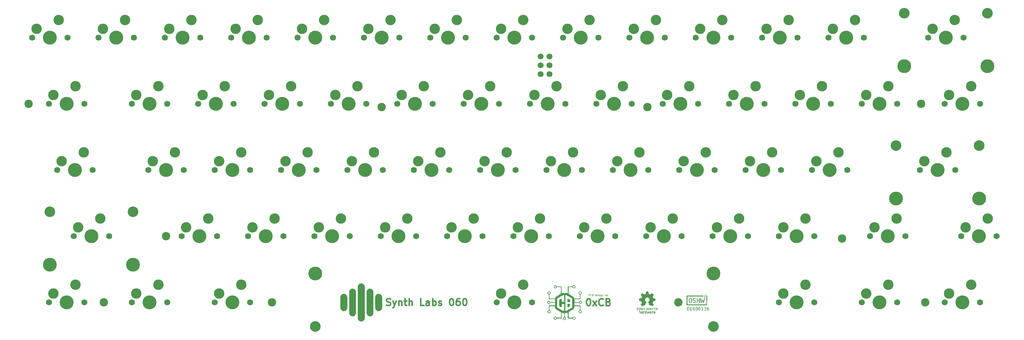
<source format=gbr>
%TF.GenerationSoftware,KiCad,Pcbnew,(6.0.9)*%
%TF.CreationDate,2022-12-14T23:04:37+01:00*%
%TF.ProjectId,pcb-hotswap,7063622d-686f-4747-9377-61702e6b6963,1.0*%
%TF.SameCoordinates,Original*%
%TF.FileFunction,Soldermask,Top*%
%TF.FilePolarity,Negative*%
%FSLAX46Y46*%
G04 Gerber Fmt 4.6, Leading zero omitted, Abs format (unit mm)*
G04 Created by KiCad (PCBNEW (6.0.9)) date 2022-12-14 23:04:37*
%MOMM*%
%LPD*%
G01*
G04 APERTURE LIST*
%ADD10C,0.400000*%
%ADD11C,0.100000*%
%ADD12C,1.750000*%
%ADD13C,3.000000*%
%ADD14C,4.000000*%
%ADD15C,2.400000*%
%ADD16C,3.987800*%
%ADD17C,3.048000*%
%ADD18C,1.700000*%
G04 APERTURE END LIST*
D10*
X182310190Y-167479523D02*
X182595904Y-167574761D01*
X183072095Y-167574761D01*
X183262571Y-167479523D01*
X183357809Y-167384285D01*
X183453047Y-167193809D01*
X183453047Y-167003333D01*
X183357809Y-166812857D01*
X183262571Y-166717619D01*
X183072095Y-166622380D01*
X182691142Y-166527142D01*
X182500666Y-166431904D01*
X182405428Y-166336666D01*
X182310190Y-166146190D01*
X182310190Y-165955714D01*
X182405428Y-165765238D01*
X182500666Y-165670000D01*
X182691142Y-165574761D01*
X183167333Y-165574761D01*
X183453047Y-165670000D01*
X184119714Y-166241428D02*
X184595904Y-167574761D01*
X185072095Y-166241428D02*
X184595904Y-167574761D01*
X184405428Y-168050952D01*
X184310190Y-168146190D01*
X184119714Y-168241428D01*
X185834000Y-166241428D02*
X185834000Y-167574761D01*
X185834000Y-166431904D02*
X185929238Y-166336666D01*
X186119714Y-166241428D01*
X186405428Y-166241428D01*
X186595904Y-166336666D01*
X186691142Y-166527142D01*
X186691142Y-167574761D01*
X187357809Y-166241428D02*
X188119714Y-166241428D01*
X187643523Y-165574761D02*
X187643523Y-167289047D01*
X187738761Y-167479523D01*
X187929238Y-167574761D01*
X188119714Y-167574761D01*
X188786380Y-167574761D02*
X188786380Y-165574761D01*
X189643523Y-167574761D02*
X189643523Y-166527142D01*
X189548285Y-166336666D01*
X189357809Y-166241428D01*
X189072095Y-166241428D01*
X188881619Y-166336666D01*
X188786380Y-166431904D01*
X193072095Y-167574761D02*
X192119714Y-167574761D01*
X192119714Y-165574761D01*
X194595904Y-167574761D02*
X194595904Y-166527142D01*
X194500666Y-166336666D01*
X194310190Y-166241428D01*
X193929238Y-166241428D01*
X193738761Y-166336666D01*
X194595904Y-167479523D02*
X194405428Y-167574761D01*
X193929238Y-167574761D01*
X193738761Y-167479523D01*
X193643523Y-167289047D01*
X193643523Y-167098571D01*
X193738761Y-166908095D01*
X193929238Y-166812857D01*
X194405428Y-166812857D01*
X194595904Y-166717619D01*
X195548285Y-167574761D02*
X195548285Y-165574761D01*
X195548285Y-166336666D02*
X195738761Y-166241428D01*
X196119714Y-166241428D01*
X196310190Y-166336666D01*
X196405428Y-166431904D01*
X196500666Y-166622380D01*
X196500666Y-167193809D01*
X196405428Y-167384285D01*
X196310190Y-167479523D01*
X196119714Y-167574761D01*
X195738761Y-167574761D01*
X195548285Y-167479523D01*
X197262571Y-167479523D02*
X197453047Y-167574761D01*
X197834000Y-167574761D01*
X198024476Y-167479523D01*
X198119714Y-167289047D01*
X198119714Y-167193809D01*
X198024476Y-167003333D01*
X197834000Y-166908095D01*
X197548285Y-166908095D01*
X197357809Y-166812857D01*
X197262571Y-166622380D01*
X197262571Y-166527142D01*
X197357809Y-166336666D01*
X197548285Y-166241428D01*
X197834000Y-166241428D01*
X198024476Y-166336666D01*
X200881619Y-165574761D02*
X201072095Y-165574761D01*
X201262571Y-165670000D01*
X201357809Y-165765238D01*
X201453047Y-165955714D01*
X201548285Y-166336666D01*
X201548285Y-166812857D01*
X201453047Y-167193809D01*
X201357809Y-167384285D01*
X201262571Y-167479523D01*
X201072095Y-167574761D01*
X200881619Y-167574761D01*
X200691142Y-167479523D01*
X200595904Y-167384285D01*
X200500666Y-167193809D01*
X200405428Y-166812857D01*
X200405428Y-166336666D01*
X200500666Y-165955714D01*
X200595904Y-165765238D01*
X200691142Y-165670000D01*
X200881619Y-165574761D01*
X203262571Y-165574761D02*
X202881619Y-165574761D01*
X202691142Y-165670000D01*
X202595904Y-165765238D01*
X202405428Y-166050952D01*
X202310190Y-166431904D01*
X202310190Y-167193809D01*
X202405428Y-167384285D01*
X202500666Y-167479523D01*
X202691142Y-167574761D01*
X203072095Y-167574761D01*
X203262571Y-167479523D01*
X203357809Y-167384285D01*
X203453047Y-167193809D01*
X203453047Y-166717619D01*
X203357809Y-166527142D01*
X203262571Y-166431904D01*
X203072095Y-166336666D01*
X202691142Y-166336666D01*
X202500666Y-166431904D01*
X202405428Y-166527142D01*
X202310190Y-166717619D01*
X204691142Y-165574761D02*
X204881619Y-165574761D01*
X205072095Y-165670000D01*
X205167333Y-165765238D01*
X205262571Y-165955714D01*
X205357809Y-166336666D01*
X205357809Y-166812857D01*
X205262571Y-167193809D01*
X205167333Y-167384285D01*
X205072095Y-167479523D01*
X204881619Y-167574761D01*
X204691142Y-167574761D01*
X204500666Y-167479523D01*
X204405428Y-167384285D01*
X204310190Y-167193809D01*
X204214952Y-166812857D01*
X204214952Y-166336666D01*
X204310190Y-165955714D01*
X204405428Y-165765238D01*
X204500666Y-165670000D01*
X204691142Y-165574761D01*
X240204238Y-165607761D02*
X240394714Y-165607761D01*
X240585190Y-165703000D01*
X240680428Y-165798238D01*
X240775666Y-165988714D01*
X240870904Y-166369666D01*
X240870904Y-166845857D01*
X240775666Y-167226809D01*
X240680428Y-167417285D01*
X240585190Y-167512523D01*
X240394714Y-167607761D01*
X240204238Y-167607761D01*
X240013761Y-167512523D01*
X239918523Y-167417285D01*
X239823285Y-167226809D01*
X239728047Y-166845857D01*
X239728047Y-166369666D01*
X239823285Y-165988714D01*
X239918523Y-165798238D01*
X240013761Y-165703000D01*
X240204238Y-165607761D01*
X241537571Y-167607761D02*
X242585190Y-166274428D01*
X241537571Y-166274428D02*
X242585190Y-167607761D01*
X244489952Y-167417285D02*
X244394714Y-167512523D01*
X244109000Y-167607761D01*
X243918523Y-167607761D01*
X243632809Y-167512523D01*
X243442333Y-167322047D01*
X243347095Y-167131571D01*
X243251857Y-166750619D01*
X243251857Y-166464904D01*
X243347095Y-166083952D01*
X243442333Y-165893476D01*
X243632809Y-165703000D01*
X243918523Y-165607761D01*
X244109000Y-165607761D01*
X244394714Y-165703000D01*
X244489952Y-165798238D01*
X246013761Y-166560142D02*
X246299476Y-166655380D01*
X246394714Y-166750619D01*
X246489952Y-166941095D01*
X246489952Y-167226809D01*
X246394714Y-167417285D01*
X246299476Y-167512523D01*
X246109000Y-167607761D01*
X245347095Y-167607761D01*
X245347095Y-165607761D01*
X246013761Y-165607761D01*
X246204238Y-165703000D01*
X246299476Y-165798238D01*
X246394714Y-165988714D01*
X246394714Y-166179190D01*
X246299476Y-166369666D01*
X246204238Y-166464904D01*
X246013761Y-166560142D01*
X245347095Y-166560142D01*
D11*
X240363095Y-164809190D02*
X240363095Y-164309190D01*
X240553571Y-164309190D01*
X240601190Y-164333000D01*
X240625000Y-164356809D01*
X240648809Y-164404428D01*
X240648809Y-164475857D01*
X240625000Y-164523476D01*
X240601190Y-164547285D01*
X240553571Y-164571095D01*
X240363095Y-164571095D01*
X241148809Y-164761571D02*
X241125000Y-164785380D01*
X241053571Y-164809190D01*
X241005952Y-164809190D01*
X240934523Y-164785380D01*
X240886904Y-164737761D01*
X240863095Y-164690142D01*
X240839285Y-164594904D01*
X240839285Y-164523476D01*
X240863095Y-164428238D01*
X240886904Y-164380619D01*
X240934523Y-164333000D01*
X241005952Y-164309190D01*
X241053571Y-164309190D01*
X241125000Y-164333000D01*
X241148809Y-164356809D01*
X241529761Y-164547285D02*
X241601190Y-164571095D01*
X241625000Y-164594904D01*
X241648809Y-164642523D01*
X241648809Y-164713952D01*
X241625000Y-164761571D01*
X241601190Y-164785380D01*
X241553571Y-164809190D01*
X241363095Y-164809190D01*
X241363095Y-164309190D01*
X241529761Y-164309190D01*
X241577380Y-164333000D01*
X241601190Y-164356809D01*
X241625000Y-164404428D01*
X241625000Y-164452047D01*
X241601190Y-164499666D01*
X241577380Y-164523476D01*
X241529761Y-164547285D01*
X241363095Y-164547285D01*
X242458333Y-164809190D02*
X242458333Y-164309190D01*
X242458333Y-164785380D02*
X242410714Y-164809190D01*
X242315476Y-164809190D01*
X242267857Y-164785380D01*
X242244047Y-164761571D01*
X242220238Y-164713952D01*
X242220238Y-164571095D01*
X242244047Y-164523476D01*
X242267857Y-164499666D01*
X242315476Y-164475857D01*
X242410714Y-164475857D01*
X242458333Y-164499666D01*
X242886904Y-164785380D02*
X242839285Y-164809190D01*
X242744047Y-164809190D01*
X242696428Y-164785380D01*
X242672619Y-164737761D01*
X242672619Y-164547285D01*
X242696428Y-164499666D01*
X242744047Y-164475857D01*
X242839285Y-164475857D01*
X242886904Y-164499666D01*
X242910714Y-164547285D01*
X242910714Y-164594904D01*
X242672619Y-164642523D01*
X243101190Y-164785380D02*
X243148809Y-164809190D01*
X243244047Y-164809190D01*
X243291666Y-164785380D01*
X243315476Y-164737761D01*
X243315476Y-164713952D01*
X243291666Y-164666333D01*
X243244047Y-164642523D01*
X243172619Y-164642523D01*
X243125000Y-164618714D01*
X243101190Y-164571095D01*
X243101190Y-164547285D01*
X243125000Y-164499666D01*
X243172619Y-164475857D01*
X243244047Y-164475857D01*
X243291666Y-164499666D01*
X243529761Y-164809190D02*
X243529761Y-164475857D01*
X243529761Y-164309190D02*
X243505952Y-164333000D01*
X243529761Y-164356809D01*
X243553571Y-164333000D01*
X243529761Y-164309190D01*
X243529761Y-164356809D01*
X243982142Y-164475857D02*
X243982142Y-164880619D01*
X243958333Y-164928238D01*
X243934523Y-164952047D01*
X243886904Y-164975857D01*
X243815476Y-164975857D01*
X243767857Y-164952047D01*
X243982142Y-164785380D02*
X243934523Y-164809190D01*
X243839285Y-164809190D01*
X243791666Y-164785380D01*
X243767857Y-164761571D01*
X243744047Y-164713952D01*
X243744047Y-164571095D01*
X243767857Y-164523476D01*
X243791666Y-164499666D01*
X243839285Y-164475857D01*
X243934523Y-164475857D01*
X243982142Y-164499666D01*
X244220238Y-164475857D02*
X244220238Y-164809190D01*
X244220238Y-164523476D02*
X244244047Y-164499666D01*
X244291666Y-164475857D01*
X244363095Y-164475857D01*
X244410714Y-164499666D01*
X244434523Y-164547285D01*
X244434523Y-164809190D01*
X245053571Y-164809190D02*
X245053571Y-164309190D01*
X245053571Y-164499666D02*
X245101190Y-164475857D01*
X245196428Y-164475857D01*
X245244047Y-164499666D01*
X245267857Y-164523476D01*
X245291666Y-164571095D01*
X245291666Y-164713952D01*
X245267857Y-164761571D01*
X245244047Y-164785380D01*
X245196428Y-164809190D01*
X245101190Y-164809190D01*
X245053571Y-164785380D01*
X245458333Y-164475857D02*
X245577380Y-164809190D01*
X245696428Y-164475857D02*
X245577380Y-164809190D01*
X245529761Y-164928238D01*
X245505952Y-164952047D01*
X245458333Y-164975857D01*
X245886904Y-164761571D02*
X245910714Y-164785380D01*
X245886904Y-164809190D01*
X245863095Y-164785380D01*
X245886904Y-164761571D01*
X245886904Y-164809190D01*
X245886904Y-164499666D02*
X245910714Y-164523476D01*
X245886904Y-164547285D01*
X245863095Y-164523476D01*
X245886904Y-164499666D01*
X245886904Y-164547285D01*
%TO.C,G\u002A\u002A\u002A*%
G36*
X257512638Y-163605161D02*
G01*
X257514643Y-163611499D01*
X257518169Y-163626261D01*
X257523056Y-163648649D01*
X257529144Y-163677862D01*
X257536270Y-163713103D01*
X257544274Y-163753570D01*
X257552995Y-163798466D01*
X257562273Y-163846990D01*
X257571945Y-163898343D01*
X257575510Y-163917458D01*
X257586821Y-163978163D01*
X257596597Y-164030314D01*
X257604981Y-164074583D01*
X257612119Y-164111642D01*
X257618154Y-164142162D01*
X257623230Y-164166814D01*
X257627492Y-164186270D01*
X257631084Y-164201201D01*
X257634151Y-164212279D01*
X257636835Y-164220174D01*
X257639282Y-164225558D01*
X257641636Y-164229102D01*
X257642702Y-164230275D01*
X257649893Y-164234911D01*
X257664637Y-164242405D01*
X257685885Y-164252331D01*
X257712591Y-164264261D01*
X257743705Y-164277768D01*
X257778180Y-164292424D01*
X257814969Y-164307803D01*
X257853023Y-164323477D01*
X257891294Y-164339018D01*
X257928735Y-164354000D01*
X257964297Y-164367995D01*
X257996933Y-164380576D01*
X258025595Y-164391315D01*
X258049236Y-164399786D01*
X258066806Y-164405560D01*
X258077258Y-164408211D01*
X258079265Y-164408292D01*
X258085288Y-164405271D01*
X258098339Y-164397365D01*
X258117737Y-164385025D01*
X258142799Y-164368702D01*
X258172846Y-164348847D01*
X258207195Y-164325912D01*
X258245164Y-164300347D01*
X258286074Y-164272605D01*
X258329241Y-164243136D01*
X258345047Y-164232299D01*
X258397276Y-164196497D01*
X258442350Y-164165726D01*
X258480795Y-164139643D01*
X258513140Y-164117906D01*
X258539913Y-164100174D01*
X258561643Y-164086105D01*
X258578858Y-164075357D01*
X258592085Y-164067587D01*
X258601853Y-164062454D01*
X258608690Y-164059617D01*
X258613124Y-164058732D01*
X258613170Y-164058732D01*
X258616733Y-164059182D01*
X258621066Y-164060847D01*
X258626678Y-164064203D01*
X258634082Y-164069725D01*
X258643786Y-164077886D01*
X258656302Y-164089162D01*
X258672141Y-164104028D01*
X258691812Y-164122958D01*
X258715827Y-164146426D01*
X258744696Y-164174909D01*
X258778930Y-164208879D01*
X258819039Y-164248813D01*
X258838809Y-164268524D01*
X258875805Y-164305518D01*
X258910948Y-164340848D01*
X258943651Y-164373911D01*
X258973328Y-164404105D01*
X258999391Y-164430830D01*
X259021256Y-164453482D01*
X259038335Y-164471461D01*
X259050043Y-164484165D01*
X259055793Y-164490991D01*
X259056176Y-164491598D01*
X259060682Y-164505916D01*
X259058744Y-164517382D01*
X259055361Y-164523359D01*
X259047111Y-164536357D01*
X259034456Y-164555686D01*
X259017862Y-164580657D01*
X258997792Y-164610577D01*
X258974708Y-164644756D01*
X258949077Y-164682503D01*
X258921360Y-164723128D01*
X258892022Y-164765939D01*
X258885104Y-164776008D01*
X258846051Y-164833003D01*
X258811965Y-164883145D01*
X258782919Y-164926323D01*
X258758982Y-164962428D01*
X258740227Y-164991353D01*
X258726725Y-165012988D01*
X258718547Y-165027224D01*
X258715766Y-165033953D01*
X258715766Y-165033967D01*
X258717569Y-165040841D01*
X258722754Y-165055255D01*
X258730880Y-165076189D01*
X258741510Y-165102619D01*
X258754204Y-165133524D01*
X258768525Y-165167881D01*
X258784034Y-165204668D01*
X258800291Y-165242864D01*
X258816859Y-165281445D01*
X258833299Y-165319391D01*
X258849173Y-165355678D01*
X258864040Y-165389285D01*
X258877464Y-165419189D01*
X258889006Y-165444369D01*
X258898226Y-165463802D01*
X258904686Y-165476467D01*
X258907635Y-165481102D01*
X258911047Y-165483293D01*
X258917591Y-165485846D01*
X258927880Y-165488893D01*
X258942530Y-165492562D01*
X258962155Y-165496984D01*
X258987370Y-165502287D01*
X259018790Y-165508601D01*
X259057030Y-165516056D01*
X259102703Y-165524781D01*
X259156427Y-165534906D01*
X259213543Y-165545580D01*
X259273944Y-165556858D01*
X259325780Y-165566604D01*
X259369713Y-165574959D01*
X259406402Y-165582064D01*
X259436510Y-165588061D01*
X259460696Y-165593092D01*
X259479622Y-165597297D01*
X259493949Y-165600820D01*
X259504337Y-165603800D01*
X259511447Y-165606380D01*
X259515941Y-165608701D01*
X259518458Y-165610880D01*
X259520101Y-165613382D01*
X259521510Y-165617034D01*
X259522703Y-165622524D01*
X259523697Y-165630539D01*
X259524510Y-165641767D01*
X259525161Y-165656898D01*
X259525667Y-165676619D01*
X259526046Y-165701617D01*
X259526316Y-165732582D01*
X259526495Y-165770201D01*
X259526600Y-165815162D01*
X259526650Y-165868153D01*
X259526662Y-165926931D01*
X259526649Y-165988238D01*
X259526597Y-166040857D01*
X259526489Y-166085475D01*
X259526307Y-166122781D01*
X259526033Y-166153463D01*
X259525648Y-166178207D01*
X259525137Y-166197704D01*
X259524479Y-166212639D01*
X259523658Y-166223701D01*
X259522656Y-166231578D01*
X259521455Y-166236959D01*
X259520036Y-166240529D01*
X259518458Y-166242889D01*
X259515828Y-166245116D01*
X259511144Y-166247472D01*
X259503737Y-166250101D01*
X259492937Y-166253146D01*
X259478073Y-166256750D01*
X259458476Y-166261057D01*
X259433476Y-166266211D01*
X259402402Y-166272355D01*
X259364584Y-166279633D01*
X259319353Y-166288188D01*
X259266038Y-166298163D01*
X259223127Y-166306146D01*
X259171949Y-166315730D01*
X259123404Y-166324974D01*
X259078306Y-166333711D01*
X259037468Y-166341778D01*
X259001702Y-166349010D01*
X258971823Y-166355242D01*
X258948642Y-166360310D01*
X258932974Y-166364049D01*
X258925631Y-166366294D01*
X258925374Y-166366438D01*
X258921229Y-166372329D01*
X258914202Y-166385968D01*
X258904691Y-166406366D01*
X258893090Y-166432531D01*
X258879797Y-166463472D01*
X258865207Y-166498199D01*
X258849717Y-166535720D01*
X258833722Y-166575045D01*
X258817619Y-166615183D01*
X258801804Y-166655143D01*
X258786672Y-166693934D01*
X258772621Y-166730566D01*
X258760046Y-166764046D01*
X258749343Y-166793386D01*
X258740908Y-166817593D01*
X258735138Y-166835677D01*
X258732428Y-166846647D01*
X258732368Y-166849236D01*
X258735572Y-166854932D01*
X258743629Y-166867635D01*
X258756066Y-166886637D01*
X258772408Y-166911232D01*
X258792179Y-166940710D01*
X258814906Y-166974366D01*
X258840114Y-167011490D01*
X258867329Y-167051375D01*
X258894873Y-167091563D01*
X258929195Y-167141573D01*
X258958555Y-167184463D01*
X258983331Y-167220818D01*
X259003903Y-167251225D01*
X259020649Y-167276270D01*
X259033947Y-167296539D01*
X259044176Y-167312618D01*
X259051714Y-167325093D01*
X259056941Y-167334549D01*
X259060234Y-167341575D01*
X259061973Y-167346754D01*
X259062536Y-167350673D01*
X259062542Y-167351123D01*
X259059311Y-167355288D01*
X259049982Y-167365505D01*
X259035103Y-167381212D01*
X259015222Y-167401849D01*
X258990887Y-167426852D01*
X258962646Y-167455661D01*
X258931046Y-167487712D01*
X258896635Y-167522445D01*
X258859961Y-167559297D01*
X258843442Y-167575845D01*
X258798951Y-167620323D01*
X258760572Y-167658563D01*
X258727839Y-167691006D01*
X258700285Y-167718095D01*
X258677442Y-167740270D01*
X258658842Y-167757972D01*
X258644018Y-167771644D01*
X258632504Y-167781727D01*
X258623832Y-167788662D01*
X258617534Y-167792891D01*
X258613143Y-167794854D01*
X258611295Y-167795129D01*
X258605893Y-167793446D01*
X258595793Y-167788236D01*
X258580625Y-167779258D01*
X258560021Y-167766272D01*
X258533610Y-167749036D01*
X258501024Y-167727311D01*
X258461894Y-167700854D01*
X258415850Y-167669426D01*
X258365104Y-167634563D01*
X258316075Y-167600836D01*
X258274140Y-167572093D01*
X258238703Y-167547951D01*
X258209168Y-167528028D01*
X258184940Y-167511943D01*
X258165423Y-167499313D01*
X258150020Y-167489756D01*
X258138137Y-167482890D01*
X258129177Y-167478334D01*
X258122546Y-167475705D01*
X258117646Y-167474622D01*
X258115551Y-167474543D01*
X258105751Y-167476776D01*
X258089632Y-167483152D01*
X258066782Y-167493865D01*
X258036787Y-167509109D01*
X257999234Y-167529078D01*
X257998349Y-167529556D01*
X257962439Y-167548732D01*
X257933714Y-167563444D01*
X257911282Y-167573989D01*
X257894250Y-167580663D01*
X257881728Y-167583763D01*
X257872821Y-167583586D01*
X257866638Y-167580428D01*
X257862385Y-167574772D01*
X257859905Y-167569174D01*
X257854133Y-167555595D01*
X257845344Y-167534703D01*
X257833815Y-167507164D01*
X257819822Y-167473646D01*
X257803642Y-167434816D01*
X257785551Y-167391342D01*
X257765826Y-167343890D01*
X257744743Y-167293128D01*
X257722578Y-167239724D01*
X257699607Y-167184344D01*
X257676108Y-167127657D01*
X257652357Y-167070329D01*
X257628629Y-167013027D01*
X257605202Y-166956419D01*
X257582351Y-166901173D01*
X257560354Y-166847955D01*
X257539486Y-166797432D01*
X257520024Y-166750273D01*
X257502244Y-166707145D01*
X257486423Y-166668714D01*
X257472837Y-166635648D01*
X257461763Y-166608614D01*
X257453477Y-166588280D01*
X257448255Y-166575313D01*
X257446389Y-166570444D01*
X257445188Y-166557421D01*
X257450012Y-166545282D01*
X257461764Y-166532736D01*
X257481352Y-166518489D01*
X257483948Y-166516811D01*
X257556281Y-166466782D01*
X257619676Y-166414948D01*
X257674473Y-166360836D01*
X257721017Y-166303972D01*
X257759648Y-166243883D01*
X257790710Y-166180095D01*
X257814544Y-166112134D01*
X257831493Y-166039527D01*
X257832344Y-166034756D01*
X257836811Y-165999052D01*
X257839116Y-165957542D01*
X257839267Y-165913539D01*
X257837270Y-165870360D01*
X257833131Y-165831320D01*
X257831899Y-165823406D01*
X257814811Y-165748609D01*
X257789408Y-165677446D01*
X257756220Y-165610437D01*
X257715777Y-165548104D01*
X257668607Y-165490968D01*
X257615242Y-165439549D01*
X257556211Y-165394369D01*
X257492042Y-165355949D01*
X257423267Y-165324811D01*
X257350415Y-165301474D01*
X257288234Y-165288562D01*
X257257604Y-165285181D01*
X257221016Y-165283466D01*
X257181292Y-165283352D01*
X257141254Y-165284770D01*
X257103724Y-165287653D01*
X257071525Y-165291932D01*
X257060733Y-165294027D01*
X256986267Y-165314910D01*
X256915711Y-165343868D01*
X256849605Y-165380342D01*
X256788487Y-165423769D01*
X256732895Y-165473591D01*
X256683368Y-165529244D01*
X256640445Y-165590170D01*
X256604663Y-165655808D01*
X256576562Y-165725595D01*
X256556679Y-165798973D01*
X256552028Y-165823793D01*
X256548005Y-165855803D01*
X256545471Y-165892870D01*
X256544459Y-165931984D01*
X256545003Y-165970134D01*
X256547137Y-166004307D01*
X256549778Y-166025380D01*
X256567212Y-166103835D01*
X256592788Y-166177678D01*
X256626469Y-166246837D01*
X256668218Y-166311243D01*
X256717997Y-166370823D01*
X256745638Y-166398547D01*
X256770642Y-166420845D01*
X256801287Y-166445615D01*
X256838271Y-166473384D01*
X256882294Y-166504683D01*
X256919885Y-166530476D01*
X256932358Y-166540442D01*
X256937972Y-166549666D01*
X256938843Y-166556487D01*
X256937095Y-166561941D01*
X256932029Y-166575394D01*
X256923919Y-166596184D01*
X256913035Y-166623648D01*
X256899650Y-166657124D01*
X256884034Y-166695948D01*
X256866459Y-166739458D01*
X256847197Y-166786992D01*
X256826519Y-166837885D01*
X256804696Y-166891476D01*
X256782001Y-166947102D01*
X256758705Y-167004100D01*
X256735079Y-167061807D01*
X256711395Y-167119560D01*
X256687924Y-167176698D01*
X256664938Y-167232556D01*
X256642708Y-167286472D01*
X256621507Y-167337784D01*
X256601605Y-167385828D01*
X256583274Y-167429942D01*
X256566785Y-167469464D01*
X256552411Y-167503729D01*
X256540422Y-167532076D01*
X256531090Y-167553842D01*
X256524687Y-167568364D01*
X256521825Y-167574377D01*
X256517505Y-167580180D01*
X256511451Y-167583359D01*
X256502759Y-167583616D01*
X256490526Y-167580655D01*
X256473850Y-167574177D01*
X256451827Y-167563884D01*
X256423554Y-167549477D01*
X256388128Y-167530660D01*
X256386231Y-167529640D01*
X256348187Y-167509492D01*
X256317753Y-167494085D01*
X256294556Y-167483242D01*
X256278221Y-167476790D01*
X256268449Y-167474555D01*
X256264166Y-167474973D01*
X256258475Y-167476742D01*
X256250767Y-167480251D01*
X256240435Y-167485891D01*
X256226870Y-167494050D01*
X256209464Y-167505116D01*
X256187611Y-167519480D01*
X256160701Y-167537529D01*
X256128128Y-167559654D01*
X256089283Y-167586243D01*
X256043557Y-167617685D01*
X256027013Y-167629084D01*
X255985769Y-167657482D01*
X255946621Y-167684386D01*
X255910285Y-167709307D01*
X255877480Y-167731755D01*
X255848923Y-167751239D01*
X255825332Y-167767270D01*
X255807424Y-167779359D01*
X255795918Y-167787014D01*
X255791745Y-167789650D01*
X255786880Y-167792142D01*
X255782231Y-167793816D01*
X255777283Y-167794236D01*
X255771520Y-167792961D01*
X255764427Y-167789553D01*
X255755488Y-167783572D01*
X255744187Y-167774579D01*
X255730009Y-167762136D01*
X255712438Y-167745803D01*
X255690959Y-167725141D01*
X255665056Y-167699712D01*
X255634213Y-167669075D01*
X255597914Y-167632793D01*
X255555645Y-167590425D01*
X255543561Y-167578306D01*
X255506253Y-167540808D01*
X255470898Y-167505116D01*
X255438056Y-167471805D01*
X255408288Y-167441452D01*
X255382153Y-167414632D01*
X255360212Y-167391921D01*
X255343026Y-167373894D01*
X255331155Y-167361128D01*
X255325158Y-167354197D01*
X255324544Y-167353237D01*
X255323894Y-167342395D01*
X255325720Y-167334473D01*
X255329038Y-167328795D01*
X255337202Y-167316105D01*
X255349736Y-167297111D01*
X255366165Y-167272519D01*
X255386011Y-167243037D01*
X255408800Y-167209372D01*
X255434054Y-167172232D01*
X255461299Y-167132324D01*
X255488992Y-167091906D01*
X255517690Y-167050002D01*
X255544837Y-167010181D01*
X255569961Y-166973150D01*
X255592586Y-166939617D01*
X255612239Y-166910288D01*
X255628445Y-166885872D01*
X255640731Y-166867076D01*
X255648622Y-166854607D01*
X255651627Y-166849236D01*
X255650705Y-166842411D01*
X255646509Y-166827949D01*
X255639437Y-166806841D01*
X255629883Y-166780078D01*
X255618245Y-166748651D01*
X255604919Y-166713550D01*
X255590301Y-166675767D01*
X255574788Y-166636293D01*
X255558776Y-166596118D01*
X255542661Y-166556233D01*
X255526840Y-166517630D01*
X255511709Y-166481300D01*
X255497665Y-166448232D01*
X255485104Y-166419420D01*
X255474421Y-166395852D01*
X255466015Y-166378521D01*
X255460280Y-166368416D01*
X255458471Y-166366337D01*
X255451962Y-166364203D01*
X255436997Y-166360557D01*
X255414343Y-166355556D01*
X255384772Y-166349354D01*
X255349052Y-166342109D01*
X255307953Y-166333977D01*
X255262245Y-166325113D01*
X255212697Y-166315674D01*
X255160718Y-166305934D01*
X255101210Y-166294845D01*
X255050262Y-166285277D01*
X255007208Y-166277088D01*
X254971381Y-166270136D01*
X254942114Y-166264277D01*
X254918740Y-166259370D01*
X254900594Y-166255270D01*
X254887007Y-166251837D01*
X254877314Y-166248926D01*
X254870847Y-166246396D01*
X254866939Y-166244104D01*
X254865542Y-166242778D01*
X254863898Y-166240318D01*
X254862490Y-166236706D01*
X254861297Y-166231254D01*
X254860303Y-166223276D01*
X254859489Y-166212082D01*
X254858838Y-166196986D01*
X254858332Y-166177300D01*
X254857953Y-166152336D01*
X254857683Y-166121406D01*
X254857505Y-166083823D01*
X254857399Y-166038900D01*
X254857349Y-165985948D01*
X254857337Y-165926931D01*
X254857351Y-165865623D01*
X254857402Y-165813003D01*
X254857511Y-165768383D01*
X254857693Y-165731075D01*
X254857967Y-165700391D01*
X254858351Y-165675643D01*
X254858863Y-165656143D01*
X254859521Y-165641202D01*
X254860342Y-165630134D01*
X254861345Y-165622250D01*
X254862546Y-165616861D01*
X254863965Y-165613280D01*
X254865542Y-165610912D01*
X254868116Y-165608702D01*
X254872670Y-165606375D01*
X254879868Y-165603790D01*
X254890377Y-165600805D01*
X254904860Y-165597278D01*
X254923983Y-165593068D01*
X254948411Y-165588033D01*
X254978809Y-165582032D01*
X255015843Y-165574922D01*
X255060178Y-165566562D01*
X255112478Y-165556811D01*
X255166750Y-165546757D01*
X255234672Y-165534118D01*
X255293568Y-165522983D01*
X255343662Y-165513304D01*
X255385176Y-165505037D01*
X255418334Y-165498135D01*
X255443357Y-165492553D01*
X255460469Y-165488246D01*
X255469891Y-165485168D01*
X255471475Y-165484330D01*
X255476283Y-165477951D01*
X255484154Y-165463906D01*
X255494644Y-165443225D01*
X255507304Y-165416936D01*
X255521691Y-165386067D01*
X255537356Y-165351648D01*
X255553855Y-165314708D01*
X255570741Y-165276275D01*
X255587567Y-165237377D01*
X255603888Y-165199045D01*
X255619258Y-165162305D01*
X255633230Y-165128189D01*
X255645358Y-165097723D01*
X255655196Y-165071937D01*
X255662297Y-165051859D01*
X255666217Y-165038520D01*
X255666839Y-165033852D01*
X255665376Y-165028654D01*
X255661426Y-165020279D01*
X255654671Y-165008237D01*
X255644790Y-164992033D01*
X255631463Y-164971177D01*
X255614370Y-164945174D01*
X255593190Y-164913534D01*
X255567604Y-164875763D01*
X255537290Y-164831368D01*
X255501930Y-164779858D01*
X255497668Y-164773664D01*
X255468152Y-164730692D01*
X255440152Y-164689778D01*
X255414133Y-164651613D01*
X255390562Y-164616886D01*
X255369904Y-164586288D01*
X255352625Y-164560510D01*
X255339192Y-164540243D01*
X255330070Y-164526176D01*
X255325725Y-164519000D01*
X255325478Y-164518474D01*
X255323955Y-164502070D01*
X255326159Y-164494690D01*
X255330307Y-164489282D01*
X255340540Y-164477870D01*
X255356279Y-164461050D01*
X255376949Y-164439415D01*
X255401972Y-164413562D01*
X255430772Y-164384086D01*
X255462771Y-164351581D01*
X255497394Y-164316643D01*
X255534063Y-164279867D01*
X255543414Y-164270524D01*
X255586445Y-164227593D01*
X255623376Y-164190838D01*
X255654714Y-164159786D01*
X255680969Y-164133965D01*
X255702649Y-164112899D01*
X255720263Y-164096117D01*
X255734319Y-164083145D01*
X255745326Y-164073508D01*
X255753792Y-164066734D01*
X255760227Y-164062349D01*
X255765139Y-164059880D01*
X255769036Y-164058854D01*
X255770942Y-164058732D01*
X255775329Y-164059567D01*
X255782036Y-164062299D01*
X255791594Y-164067275D01*
X255804537Y-164074837D01*
X255821395Y-164085331D01*
X255842703Y-164099101D01*
X255868991Y-164116490D01*
X255900791Y-164137843D01*
X255938636Y-164163505D01*
X255983058Y-164193820D01*
X256034589Y-164229131D01*
X256039260Y-164232337D01*
X256083070Y-164262314D01*
X256124859Y-164290725D01*
X256163947Y-164317120D01*
X256199654Y-164341048D01*
X256231297Y-164362057D01*
X256258197Y-164379697D01*
X256279674Y-164393516D01*
X256295045Y-164403063D01*
X256303631Y-164407888D01*
X256304926Y-164408381D01*
X256312119Y-164407172D01*
X256326864Y-164402656D01*
X256348114Y-164395261D01*
X256374819Y-164385415D01*
X256405933Y-164373546D01*
X256440406Y-164360081D01*
X256477191Y-164345449D01*
X256515240Y-164330077D01*
X256553504Y-164314392D01*
X256590936Y-164298824D01*
X256626487Y-164283798D01*
X256659109Y-164269744D01*
X256687755Y-164257089D01*
X256711376Y-164246261D01*
X256728923Y-164237687D01*
X256739350Y-164231796D01*
X256741313Y-164230265D01*
X256743720Y-164227352D01*
X256746112Y-164223090D01*
X256748635Y-164216801D01*
X256751433Y-164207810D01*
X256754653Y-164195441D01*
X256758440Y-164179018D01*
X256762940Y-164157864D01*
X256768298Y-164131304D01*
X256774660Y-164098662D01*
X256782171Y-164059261D01*
X256790976Y-164012425D01*
X256801223Y-163957478D01*
X256808690Y-163917278D01*
X256818441Y-163865112D01*
X256827856Y-163815487D01*
X256836774Y-163769201D01*
X256845034Y-163727056D01*
X256852476Y-163689850D01*
X256858939Y-163658383D01*
X256864263Y-163633455D01*
X256868286Y-163615865D01*
X256870849Y-163606414D01*
X256871381Y-163605161D01*
X256878115Y-163594613D01*
X257505885Y-163594613D01*
X257512638Y-163605161D01*
G37*
G36*
X258901680Y-169261500D02*
G01*
X258938628Y-169271989D01*
X258946717Y-169275534D01*
X258963565Y-169284079D01*
X258978507Y-169292681D01*
X258987324Y-169298737D01*
X258998836Y-169308212D01*
X258953162Y-169362708D01*
X258937218Y-169381605D01*
X258923472Y-169397658D01*
X258913004Y-169409626D01*
X258906891Y-169416268D01*
X258905794Y-169417204D01*
X258901099Y-169415192D01*
X258890498Y-169409937D01*
X258877363Y-169403140D01*
X258846879Y-169391834D01*
X258815994Y-169388884D01*
X258786159Y-169393708D01*
X258758822Y-169405727D01*
X258735432Y-169424360D01*
X258717439Y-169449026D01*
X258708458Y-169470796D01*
X258706711Y-169478238D01*
X258705271Y-169488337D01*
X258704111Y-169501955D01*
X258703206Y-169519951D01*
X258702528Y-169543187D01*
X258702051Y-169572524D01*
X258701749Y-169608823D01*
X258701595Y-169652944D01*
X258701560Y-169694651D01*
X258701560Y-169895388D01*
X258570294Y-169895388D01*
X258570294Y-169267185D01*
X258701560Y-169267185D01*
X258701560Y-169328582D01*
X258719141Y-169311457D01*
X258748701Y-169288863D01*
X258783732Y-169272255D01*
X258822236Y-169261948D01*
X258862218Y-169258258D01*
X258901680Y-169261500D01*
G37*
G36*
X255417376Y-168450019D02*
G01*
X255435174Y-168404741D01*
X255450842Y-168378813D01*
X255472166Y-168352327D01*
X255496782Y-168327681D01*
X255522332Y-168307273D01*
X255543376Y-168294879D01*
X255588511Y-168278425D01*
X255634609Y-168270413D01*
X255680579Y-168270481D01*
X255725331Y-168278261D01*
X255767773Y-168293390D01*
X255806813Y-168315502D01*
X255841361Y-168344233D01*
X255870326Y-168379219D01*
X255888107Y-168410129D01*
X255898356Y-168433167D01*
X255905932Y-168454896D01*
X255911201Y-168477411D01*
X255914531Y-168502805D01*
X255916288Y-168533173D01*
X255916840Y-168570609D01*
X255916843Y-168574211D01*
X255916843Y-168643671D01*
X255527732Y-168643671D01*
X255527732Y-168653912D01*
X255530226Y-168672472D01*
X255536804Y-168694886D01*
X255546107Y-168717371D01*
X255556780Y-168736144D01*
X255557696Y-168737433D01*
X255573758Y-168754771D01*
X255594015Y-168770011D01*
X255598426Y-168772593D01*
X255610593Y-168778964D01*
X255621109Y-168783046D01*
X255632637Y-168785333D01*
X255647840Y-168786324D01*
X255669380Y-168786513D01*
X255673063Y-168786503D01*
X255702893Y-168785505D01*
X255726480Y-168782069D01*
X255746841Y-168775219D01*
X255766997Y-168763976D01*
X255787133Y-168749539D01*
X255799762Y-168740598D01*
X255809658Y-168734888D01*
X255814045Y-168733654D01*
X255820414Y-168737605D01*
X255831534Y-168746159D01*
X255845699Y-168757826D01*
X255861204Y-168771119D01*
X255876343Y-168784547D01*
X255889410Y-168796623D01*
X255898699Y-168805857D01*
X255902504Y-168810760D01*
X255902521Y-168810877D01*
X255899093Y-168817655D01*
X255889554Y-168828096D01*
X255875651Y-168840751D01*
X255859131Y-168854168D01*
X255841740Y-168866896D01*
X255825226Y-168877485D01*
X255816867Y-168882011D01*
X255772358Y-168899291D01*
X255723477Y-168910104D01*
X255673005Y-168914041D01*
X255623724Y-168910695D01*
X255622455Y-168910503D01*
X255573301Y-168898813D01*
X255529983Y-168879831D01*
X255492593Y-168853676D01*
X255461226Y-168820469D01*
X255435975Y-168780330D01*
X255416933Y-168733379D01*
X255404195Y-168679736D01*
X255398012Y-168622575D01*
X255398000Y-168561504D01*
X255400893Y-168535845D01*
X255527732Y-168535845D01*
X255786883Y-168535845D01*
X255784107Y-168512410D01*
X255775858Y-168476916D01*
X255760609Y-168446746D01*
X255739139Y-168422636D01*
X255712228Y-168405326D01*
X255680656Y-168395553D01*
X255658682Y-168393598D01*
X255626667Y-168397279D01*
X255596649Y-168408302D01*
X255571074Y-168425600D01*
X255560506Y-168436522D01*
X255550951Y-168451512D01*
X255541585Y-168471834D01*
X255533749Y-168493885D01*
X255528785Y-168514057D01*
X255527732Y-168524619D01*
X255527732Y-168535845D01*
X255400893Y-168535845D01*
X255402158Y-168524619D01*
X255404538Y-168503501D01*
X255417376Y-168450019D01*
G37*
G36*
X256469074Y-169511920D02*
G01*
X256470381Y-169478645D01*
X256472161Y-169450106D01*
X256474404Y-169428043D01*
X256476134Y-169417864D01*
X256489448Y-169377780D01*
X256509741Y-169342825D01*
X256535924Y-169313350D01*
X256566908Y-169289707D01*
X256601604Y-169272248D01*
X256638924Y-169261326D01*
X256677778Y-169257291D01*
X256717077Y-169260496D01*
X256755733Y-169271293D01*
X256792656Y-169290033D01*
X256816632Y-169307846D01*
X256827512Y-169316734D01*
X256835382Y-169322382D01*
X256837623Y-169323442D01*
X256838286Y-169318936D01*
X256838892Y-169306147D01*
X256839422Y-169286167D01*
X256839856Y-169260088D01*
X256840174Y-169229003D01*
X256840357Y-169194006D01*
X256840394Y-169168736D01*
X256840394Y-169014029D01*
X256971660Y-169014029D01*
X256971660Y-169895388D01*
X256840394Y-169895388D01*
X256840394Y-169833352D01*
X256821853Y-169850102D01*
X256788643Y-169873983D01*
X256750417Y-169890089D01*
X256707007Y-169898478D01*
X256676632Y-169899824D01*
X256645778Y-169898074D01*
X256618785Y-169893553D01*
X256610251Y-169891185D01*
X256572251Y-169874260D01*
X256539042Y-169849782D01*
X256511415Y-169818679D01*
X256490158Y-169781877D01*
X256476058Y-169740301D01*
X256474130Y-169731305D01*
X256471808Y-169713595D01*
X256470038Y-169688441D01*
X256468809Y-169657584D01*
X256468109Y-169622763D01*
X256467927Y-169585719D01*
X256468084Y-169567699D01*
X256597456Y-169567699D01*
X256597897Y-169600139D01*
X256599560Y-169632057D01*
X256602339Y-169660924D01*
X256606127Y-169684207D01*
X256608285Y-169692694D01*
X256621700Y-169722023D01*
X256641891Y-169745420D01*
X256667880Y-169761973D01*
X256690375Y-169769302D01*
X256712162Y-169771266D01*
X256737160Y-169769530D01*
X256760910Y-169764629D01*
X256775430Y-169759092D01*
X256796618Y-169743673D01*
X256814786Y-169721665D01*
X256827748Y-169695818D01*
X256829209Y-169691456D01*
X256833060Y-169673621D01*
X256836107Y-169648871D01*
X256838259Y-169619637D01*
X256839426Y-169588354D01*
X256839518Y-169557454D01*
X256838444Y-169529371D01*
X256836115Y-169506537D01*
X256836075Y-169506277D01*
X256827338Y-169467775D01*
X256814177Y-169437359D01*
X256796224Y-169414664D01*
X256773113Y-169399324D01*
X256744475Y-169390973D01*
X256718504Y-169389075D01*
X256685470Y-169392264D01*
X256658241Y-169402078D01*
X256636459Y-169418891D01*
X256619763Y-169443077D01*
X256607792Y-169475011D01*
X256600666Y-169511385D01*
X256598344Y-169537270D01*
X256597456Y-169567699D01*
X256468084Y-169567699D01*
X256468253Y-169548192D01*
X256469074Y-169511920D01*
G37*
G36*
X259692841Y-168456383D02*
G01*
X259711026Y-168408506D01*
X259735598Y-168367190D01*
X259766490Y-168332565D01*
X259803635Y-168304761D01*
X259846966Y-168283908D01*
X259861515Y-168278916D01*
X259885183Y-168274134D01*
X259917868Y-168271806D01*
X259936869Y-168271562D01*
X259962670Y-168272005D01*
X259982314Y-168273508D01*
X259999000Y-168276519D01*
X260015926Y-168281489D01*
X260021732Y-168283502D01*
X260066706Y-168304116D01*
X260105916Y-168331741D01*
X260138715Y-168365831D01*
X260162905Y-168402868D01*
X260173323Y-168424324D01*
X260181070Y-168445307D01*
X260186498Y-168467755D01*
X260189956Y-168493606D01*
X260191796Y-168524799D01*
X260192367Y-168563273D01*
X260192369Y-168565823D01*
X260192369Y-168643671D01*
X259803148Y-168643671D01*
X259806200Y-168663596D01*
X259815746Y-168700486D01*
X259831920Y-168732039D01*
X259854070Y-168757404D01*
X259881548Y-168775730D01*
X259896363Y-168781751D01*
X259931421Y-168788769D01*
X259968669Y-168788135D01*
X260005663Y-168780346D01*
X260039957Y-168765901D01*
X260067189Y-168747010D01*
X260079446Y-168738007D01*
X260089069Y-168734219D01*
X260091629Y-168734461D01*
X260097833Y-168738468D01*
X260109391Y-168747323D01*
X260124611Y-168759688D01*
X260140611Y-168773200D01*
X260159540Y-168789699D01*
X260171672Y-168801723D01*
X260177324Y-168810902D01*
X260176814Y-168818869D01*
X260170458Y-168827255D01*
X260158576Y-168837692D01*
X260153902Y-168841532D01*
X260111261Y-168871842D01*
X260067406Y-168893420D01*
X260020705Y-168906902D01*
X259970931Y-168912856D01*
X259948315Y-168913419D01*
X259926155Y-168913024D01*
X259908279Y-168911765D01*
X259904052Y-168911189D01*
X259852944Y-168898949D01*
X259808341Y-168879982D01*
X259770229Y-168854272D01*
X259738593Y-168821799D01*
X259713416Y-168782546D01*
X259694685Y-168736494D01*
X259682384Y-168683625D01*
X259677272Y-168638074D01*
X259675897Y-168571297D01*
X259678946Y-168535845D01*
X259803148Y-168535845D01*
X260065556Y-168535845D01*
X260062907Y-168520609D01*
X260056254Y-168489975D01*
X260047668Y-168466026D01*
X260036020Y-168446109D01*
X260026003Y-168433765D01*
X260003626Y-168413279D01*
X259979389Y-168400595D01*
X259950919Y-168394682D01*
X259934415Y-168393944D01*
X259900042Y-168397970D01*
X259870127Y-168410032D01*
X259845144Y-168429683D01*
X259825565Y-168456471D01*
X259811862Y-168489948D01*
X259806200Y-168515921D01*
X259803148Y-168535845D01*
X259678946Y-168535845D01*
X259681109Y-168510690D01*
X259692841Y-168456383D01*
G37*
G36*
X255403800Y-169686845D02*
G01*
X255404616Y-169670079D01*
X255406650Y-169657132D01*
X255410390Y-169645231D01*
X255416324Y-169631597D01*
X255418272Y-169627458D01*
X255439438Y-169592577D01*
X255466550Y-169564895D01*
X255499837Y-169544184D01*
X255501239Y-169543526D01*
X255518934Y-169536171D01*
X255537488Y-169530478D01*
X255558374Y-169526259D01*
X255583064Y-169523327D01*
X255613031Y-169521496D01*
X255649748Y-169520579D01*
X255683611Y-169520377D01*
X255776200Y-169520342D01*
X255776183Y-169476977D01*
X255775053Y-169448806D01*
X255771105Y-169428013D01*
X255763464Y-169412802D01*
X255751257Y-169401377D01*
X255735055Y-169392586D01*
X255723070Y-169387989D01*
X255710081Y-169384991D01*
X255693662Y-169383265D01*
X255671384Y-169382485D01*
X255658999Y-169382356D01*
X255627664Y-169382858D01*
X255603566Y-169385142D01*
X255584645Y-169389755D01*
X255568842Y-169397245D01*
X255554099Y-169408157D01*
X255550737Y-169411123D01*
X255537859Y-169421018D01*
X255528793Y-169424321D01*
X255526737Y-169423777D01*
X255516117Y-169416742D01*
X255501847Y-169406297D01*
X255485625Y-169393812D01*
X255469149Y-169380657D01*
X255454116Y-169368200D01*
X255442225Y-169357812D01*
X255435174Y-169350862D01*
X255433971Y-169348949D01*
X255437574Y-169341806D01*
X255447133Y-169331112D01*
X255460771Y-169318471D01*
X255476611Y-169305488D01*
X255492776Y-169293767D01*
X255507390Y-169284910D01*
X255510945Y-169283164D01*
X255541260Y-169271435D01*
X255573215Y-169263695D01*
X255608965Y-169259620D01*
X255650666Y-169258883D01*
X255668375Y-169259405D01*
X255696849Y-169261082D01*
X255723672Y-169263643D01*
X255746116Y-169266784D01*
X255759497Y-169269620D01*
X255802152Y-169285280D01*
X255838142Y-169306675D01*
X255866998Y-169333429D01*
X255888248Y-169365164D01*
X255893888Y-169377592D01*
X255905123Y-169405484D01*
X255907859Y-169895388D01*
X255776200Y-169895388D01*
X255776200Y-169847710D01*
X255755165Y-169866226D01*
X255736524Y-169879911D01*
X255715362Y-169889658D01*
X255689972Y-169895912D01*
X255658644Y-169899114D01*
X255625874Y-169899767D01*
X255598814Y-169898948D01*
X255573711Y-169896983D01*
X255553592Y-169894145D01*
X255547011Y-169892666D01*
X255505666Y-169877238D01*
X255469923Y-169854968D01*
X255440538Y-169826460D01*
X255418265Y-169792321D01*
X255415960Y-169787562D01*
X255410460Y-169774664D01*
X255406907Y-169762539D01*
X255404878Y-169748512D01*
X255403948Y-169729906D01*
X255403734Y-169711857D01*
X255524357Y-169711857D01*
X255531564Y-169732170D01*
X255546214Y-169750428D01*
X255568251Y-169765158D01*
X255575991Y-169768549D01*
X255595037Y-169773578D01*
X255619934Y-169776678D01*
X255648040Y-169777883D01*
X255676714Y-169777228D01*
X255703314Y-169774749D01*
X255725200Y-169770481D01*
X255736352Y-169766422D01*
X255753193Y-169754845D01*
X255765043Y-169738715D01*
X255772416Y-169716807D01*
X255775823Y-169687898D01*
X255776200Y-169671222D01*
X255776200Y-169627189D01*
X255683611Y-169629160D01*
X255649744Y-169630026D01*
X255623802Y-169631083D01*
X255604333Y-169632464D01*
X255589887Y-169634304D01*
X255579013Y-169636735D01*
X255571080Y-169639541D01*
X255547954Y-169653332D01*
X255532496Y-169670964D01*
X255524649Y-169690964D01*
X255524357Y-169711857D01*
X255403734Y-169711857D01*
X255403714Y-169710209D01*
X255403800Y-169686845D01*
G37*
G36*
X257186550Y-168271796D02*
G01*
X257236813Y-168280441D01*
X257244913Y-168282429D01*
X257272393Y-168291226D01*
X257302297Y-168303689D01*
X257331466Y-168318283D01*
X257356742Y-168333471D01*
X257369922Y-168343211D01*
X257386107Y-168356660D01*
X257351170Y-168397416D01*
X257336716Y-168414328D01*
X257324182Y-168429082D01*
X257315034Y-168439949D01*
X257310988Y-168444872D01*
X257307112Y-168447567D01*
X257300854Y-168446869D01*
X257290416Y-168442192D01*
X257273999Y-168432950D01*
X257273484Y-168432648D01*
X257234034Y-168412707D01*
X257195530Y-168400341D01*
X257154872Y-168394668D01*
X257138087Y-168394083D01*
X257114254Y-168394415D01*
X257096605Y-168396288D01*
X257082009Y-168400161D01*
X257073751Y-168403484D01*
X257053014Y-168416793D01*
X257038962Y-168434596D01*
X257032801Y-168455249D01*
X257032623Y-168459444D01*
X257035436Y-168479532D01*
X257044391Y-168495258D01*
X257060184Y-168507101D01*
X257083509Y-168515540D01*
X257115064Y-168521053D01*
X257123339Y-168521937D01*
X257147917Y-168524307D01*
X257176935Y-168527089D01*
X257205500Y-168529814D01*
X257216024Y-168530814D01*
X257254602Y-168535985D01*
X257285970Y-168543850D01*
X257312083Y-168555118D01*
X257334897Y-168570499D01*
X257342051Y-168576614D01*
X257367454Y-168605144D01*
X257385080Y-168638244D01*
X257395072Y-168676313D01*
X257397571Y-168719752D01*
X257397066Y-168731113D01*
X257391998Y-168767304D01*
X257381028Y-168797840D01*
X257363052Y-168825122D01*
X257345124Y-168844123D01*
X257315445Y-168867963D01*
X257282118Y-168886117D01*
X257242718Y-168899858D01*
X257235202Y-168901857D01*
X257204628Y-168907839D01*
X257169544Y-168911785D01*
X257133618Y-168913483D01*
X257100520Y-168912719D01*
X257081830Y-168910736D01*
X257024883Y-168897451D01*
X256969158Y-168875694D01*
X256916629Y-168846339D01*
X256885533Y-168823913D01*
X256858006Y-168802034D01*
X256949476Y-168710220D01*
X256975650Y-168731539D01*
X257011608Y-168756783D01*
X257048748Y-168774303D01*
X257088862Y-168784661D01*
X257133740Y-168788414D01*
X257156482Y-168788077D01*
X257193554Y-168784362D01*
X257222543Y-168776409D01*
X257243856Y-168763954D01*
X257257902Y-168746733D01*
X257265089Y-168724486D01*
X257265909Y-168717544D01*
X257265971Y-168700665D01*
X257262520Y-168686992D01*
X257254689Y-168676077D01*
X257241609Y-168667473D01*
X257222411Y-168660735D01*
X257196226Y-168655414D01*
X257162186Y-168651065D01*
X257131055Y-168648178D01*
X257085818Y-168643501D01*
X257048511Y-168637421D01*
X257017732Y-168629470D01*
X256992080Y-168619177D01*
X256970156Y-168606075D01*
X256950557Y-168589695D01*
X256947581Y-168586776D01*
X256926240Y-168559076D01*
X256911354Y-168526159D01*
X256903117Y-168489788D01*
X256901721Y-168451724D01*
X256907361Y-168413729D01*
X256920230Y-168377565D01*
X256923846Y-168370411D01*
X256944593Y-168341255D01*
X256972657Y-168316650D01*
X257007002Y-168296879D01*
X257046598Y-168282225D01*
X257090409Y-168272971D01*
X257137404Y-168269400D01*
X257186550Y-168271796D01*
G37*
G36*
X259074176Y-168277241D02*
G01*
X259113348Y-168292038D01*
X259133855Y-168303886D01*
X259146157Y-168313852D01*
X259150020Y-168321727D01*
X259149727Y-168323041D01*
X259145865Y-168328972D01*
X259137075Y-168340530D01*
X259124532Y-168356223D01*
X259109412Y-168374563D01*
X259103825Y-168381218D01*
X259060571Y-168432494D01*
X259048664Y-168424657D01*
X259018225Y-168408424D01*
X258988761Y-168400914D01*
X258958734Y-168401816D01*
X258947159Y-168404222D01*
X258916411Y-168416362D01*
X258891608Y-168435694D01*
X258873040Y-168461986D01*
X258871857Y-168464334D01*
X258858611Y-168491309D01*
X258857212Y-168698756D01*
X258855814Y-168906203D01*
X258725001Y-168906203D01*
X258725001Y-168278001D01*
X258856267Y-168278001D01*
X258856267Y-168339743D01*
X258877954Y-168320653D01*
X258912051Y-168296659D01*
X258950280Y-168280218D01*
X258991083Y-168271433D01*
X259032901Y-168270407D01*
X259074176Y-168277241D01*
G37*
G36*
X259008604Y-169459397D02*
G01*
X259025955Y-169409676D01*
X259049740Y-169366307D01*
X259079361Y-169329668D01*
X259114222Y-169300138D01*
X259153725Y-169278093D01*
X259197274Y-169263913D01*
X259244271Y-169257975D01*
X259294121Y-169260658D01*
X259316270Y-169264552D01*
X259357983Y-169277896D01*
X259397955Y-169299238D01*
X259434215Y-169327201D01*
X259464792Y-169360411D01*
X259475521Y-169375677D01*
X259489186Y-169399905D01*
X259499591Y-169425660D01*
X259507144Y-169454686D01*
X259512252Y-169488732D01*
X259515323Y-169529541D01*
X259516120Y-169549642D01*
X259518582Y-169628167D01*
X259126873Y-169628167D01*
X259129425Y-169656313D01*
X259136531Y-169688037D01*
X259151088Y-169717609D01*
X259171633Y-169742312D01*
X259179259Y-169748765D01*
X259208871Y-169765869D01*
X259242232Y-169775452D01*
X259277691Y-169777659D01*
X259313599Y-169772634D01*
X259348307Y-169760523D01*
X259380164Y-169741472D01*
X259393989Y-169729877D01*
X259408990Y-169715857D01*
X259455921Y-169756496D01*
X259477373Y-169775666D01*
X259491587Y-169789816D01*
X259498957Y-169799373D01*
X259500084Y-169804348D01*
X259494073Y-169812474D01*
X259481961Y-169823852D01*
X259465722Y-169836974D01*
X259447334Y-169850334D01*
X259428773Y-169862421D01*
X259412013Y-169871730D01*
X259411391Y-169872032D01*
X259390461Y-169880854D01*
X259367006Y-169888927D01*
X259352790Y-169892852D01*
X259328482Y-169896764D01*
X259298305Y-169898945D01*
X259265535Y-169899401D01*
X259233453Y-169898138D01*
X259205338Y-169895163D01*
X259191693Y-169892547D01*
X259145884Y-169877104D01*
X259105981Y-169854405D01*
X259072063Y-169824541D01*
X259044210Y-169787605D01*
X259022499Y-169743685D01*
X259007012Y-169692875D01*
X259003737Y-169677083D01*
X259000130Y-169649786D01*
X258998107Y-169616703D01*
X258997609Y-169580433D01*
X258998579Y-169543577D01*
X259000165Y-169520342D01*
X259128175Y-169520342D01*
X259257097Y-169520342D01*
X259290764Y-169520219D01*
X259321145Y-169519874D01*
X259347046Y-169519338D01*
X259367271Y-169518644D01*
X259380623Y-169517825D01*
X259385907Y-169516914D01*
X259385946Y-169516825D01*
X259383909Y-169503182D01*
X259378978Y-169484626D01*
X259372295Y-169464708D01*
X259365005Y-169446978D01*
X259360858Y-169438940D01*
X259341263Y-169413455D01*
X259316669Y-169395649D01*
X259286687Y-169385320D01*
X259252409Y-169382250D01*
X259231797Y-169383192D01*
X259215957Y-169386428D01*
X259200367Y-169393040D01*
X259194743Y-169396016D01*
X259178123Y-169407117D01*
X259162736Y-169420711D01*
X259155911Y-169428589D01*
X259144012Y-169448967D01*
X259134550Y-169472969D01*
X259129011Y-169496383D01*
X259128175Y-169507128D01*
X259128175Y-169520342D01*
X259000165Y-169520342D01*
X259000958Y-169508734D01*
X259001156Y-169507128D01*
X259004688Y-169478505D01*
X259008604Y-169459397D01*
G37*
G36*
X257468720Y-168542189D02*
G01*
X257471434Y-168500144D01*
X257476442Y-168464579D01*
X257484142Y-168434108D01*
X257494934Y-168407341D01*
X257509217Y-168382892D01*
X257527392Y-168359371D01*
X257538409Y-168347157D01*
X257573602Y-168315816D01*
X257612606Y-168292848D01*
X257656167Y-168277876D01*
X257687064Y-168272282D01*
X257738935Y-168269892D01*
X257787643Y-168275875D01*
X257832551Y-168289836D01*
X257873025Y-168311382D01*
X257908427Y-168340121D01*
X257938122Y-168375657D01*
X257961473Y-168417599D01*
X257973323Y-168449316D01*
X257976105Y-168459523D01*
X257978231Y-168470726D01*
X257979784Y-168484312D01*
X257980847Y-168501666D01*
X257981506Y-168524175D01*
X257981842Y-168553223D01*
X257981940Y-168590197D01*
X257981941Y-168592102D01*
X257981851Y-168629472D01*
X257981528Y-168658853D01*
X257980886Y-168681631D01*
X257979842Y-168699191D01*
X257978314Y-168712919D01*
X257976216Y-168724201D01*
X257973466Y-168734423D01*
X257973323Y-168734888D01*
X257959831Y-168771195D01*
X257942852Y-168801758D01*
X257920271Y-168830107D01*
X257909760Y-168841055D01*
X257877313Y-168869183D01*
X257843113Y-168889731D01*
X257805349Y-168903472D01*
X257762209Y-168911177D01*
X257741296Y-168912841D01*
X257718992Y-168913376D01*
X257696861Y-168912769D01*
X257679082Y-168911157D01*
X257676497Y-168910740D01*
X257629277Y-168897812D01*
X257586978Y-168877145D01*
X257550188Y-168849315D01*
X257519496Y-168814898D01*
X257495489Y-168774471D01*
X257478756Y-168728610D01*
X257475174Y-168713551D01*
X257471824Y-168692274D01*
X257469540Y-168664919D01*
X257468256Y-168630362D01*
X257468081Y-168611557D01*
X257596188Y-168611557D01*
X257599872Y-168657725D01*
X257608276Y-168696400D01*
X257621351Y-168727362D01*
X257639044Y-168750391D01*
X257642732Y-168753691D01*
X257669643Y-168770503D01*
X257700601Y-168780202D01*
X257733246Y-168782520D01*
X257765215Y-168777187D01*
X257783927Y-168769786D01*
X257806512Y-168756237D01*
X257822951Y-168740319D01*
X257836444Y-168718887D01*
X257837209Y-168717398D01*
X257845438Y-168694781D01*
X257851349Y-168665304D01*
X257854944Y-168631193D01*
X257856226Y-168594670D01*
X257855198Y-168557962D01*
X257851863Y-168523293D01*
X257846223Y-168492886D01*
X257838280Y-168468968D01*
X257836907Y-168466109D01*
X257818708Y-168439731D01*
X257795101Y-168419876D01*
X257767618Y-168406767D01*
X257737793Y-168400626D01*
X257707159Y-168401676D01*
X257677251Y-168410138D01*
X257649601Y-168426234D01*
X257637144Y-168437173D01*
X257623674Y-168452496D01*
X257613673Y-168468898D01*
X257606523Y-168488256D01*
X257601603Y-168512448D01*
X257598295Y-168543352D01*
X257597278Y-168558117D01*
X257596188Y-168611557D01*
X257468081Y-168611557D01*
X257467899Y-168592102D01*
X257468720Y-168542189D01*
G37*
G36*
X259476916Y-168276187D02*
G01*
X259523178Y-168290032D01*
X259567281Y-168311521D01*
X259608128Y-168340663D01*
X259618216Y-168349621D01*
X259650067Y-168379209D01*
X259553893Y-168465531D01*
X259532073Y-168446119D01*
X259503545Y-168424307D01*
X259474946Y-168410464D01*
X259443594Y-168403551D01*
X259418836Y-168402281D01*
X259384066Y-168404873D01*
X259355060Y-168413124D01*
X259329533Y-168427880D01*
X259313953Y-168441143D01*
X259294525Y-168465729D01*
X259279667Y-168497254D01*
X259269724Y-168534285D01*
X259265044Y-168575390D01*
X259265973Y-168619135D01*
X259267469Y-168633123D01*
X259273927Y-168669085D01*
X259283686Y-168698249D01*
X259297675Y-168722889D01*
X259310890Y-168739104D01*
X259334079Y-168759505D01*
X259360346Y-168772931D01*
X259391441Y-168780073D01*
X259418836Y-168781720D01*
X259440932Y-168781341D01*
X259457325Y-168779438D01*
X259471652Y-168775350D01*
X259484735Y-168769751D01*
X259503501Y-168759139D01*
X259522497Y-168745608D01*
X259531207Y-168738107D01*
X259542271Y-168727825D01*
X259550338Y-168720783D01*
X259553305Y-168718680D01*
X259557189Y-168721655D01*
X259566680Y-168729815D01*
X259580471Y-168742012D01*
X259597254Y-168757098D01*
X259602528Y-168761881D01*
X259650075Y-168805082D01*
X259618089Y-168834361D01*
X259581908Y-168862928D01*
X259542329Y-168886176D01*
X259502363Y-168902355D01*
X259499668Y-168903166D01*
X259475955Y-168908247D01*
X259446979Y-168911704D01*
X259416664Y-168913286D01*
X259388931Y-168912744D01*
X259374299Y-168911158D01*
X259326117Y-168900157D01*
X259284423Y-168883482D01*
X259247724Y-168860380D01*
X259215344Y-168830970D01*
X259189046Y-168798724D01*
X259168387Y-168763057D01*
X259152148Y-168721683D01*
X259146151Y-168701315D01*
X259140421Y-168671997D01*
X259136873Y-168636444D01*
X259135504Y-168597538D01*
X259136314Y-168558164D01*
X259139300Y-168521204D01*
X259144459Y-168489541D01*
X259146315Y-168481933D01*
X259161146Y-168437117D01*
X259180311Y-168398816D01*
X259205069Y-168364687D01*
X259215468Y-168353103D01*
X259251638Y-168321285D01*
X259292232Y-168297053D01*
X259336155Y-168280418D01*
X259382308Y-168271389D01*
X259429594Y-168269976D01*
X259476916Y-168276187D01*
G37*
G36*
X258219632Y-168483105D02*
G01*
X258219976Y-168532291D01*
X258220308Y-168573018D01*
X258220678Y-168606204D01*
X258221136Y-168632765D01*
X258221731Y-168653618D01*
X258222515Y-168669681D01*
X258223536Y-168681870D01*
X258224844Y-168691103D01*
X258226490Y-168698297D01*
X258228524Y-168704368D01*
X258230995Y-168710234D01*
X258232141Y-168712781D01*
X258249724Y-168741120D01*
X258273503Y-168762606D01*
X258302855Y-168776693D01*
X258306007Y-168777654D01*
X258340028Y-168783181D01*
X258372077Y-168779638D01*
X258401544Y-168767195D01*
X258427820Y-168746024D01*
X258430879Y-168742740D01*
X258438070Y-168734465D01*
X258444079Y-168726352D01*
X258449012Y-168717507D01*
X258452975Y-168707038D01*
X258456074Y-168694050D01*
X258458414Y-168677653D01*
X258460103Y-168656951D01*
X258461245Y-168631054D01*
X258461946Y-168599067D01*
X258462313Y-168560098D01*
X258462451Y-168513253D01*
X258462468Y-168476394D01*
X258462468Y-168278001D01*
X258593735Y-168278001D01*
X258593735Y-168906203D01*
X258462468Y-168906203D01*
X258462468Y-168844064D01*
X258441035Y-168863821D01*
X258410610Y-168885901D01*
X258374717Y-168902087D01*
X258335627Y-168911780D01*
X258295610Y-168914382D01*
X258263225Y-168910708D01*
X258220005Y-168897367D01*
X258181729Y-168876489D01*
X258149128Y-168848848D01*
X258122935Y-168815214D01*
X258103880Y-168776358D01*
X258092695Y-168733052D01*
X258092300Y-168730401D01*
X258091312Y-168718813D01*
X258090390Y-168698992D01*
X258089558Y-168672085D01*
X258088837Y-168639233D01*
X258088251Y-168601582D01*
X258087821Y-168560276D01*
X258087571Y-168516458D01*
X258087515Y-168487793D01*
X258087422Y-168278001D01*
X258218231Y-168278001D01*
X258219632Y-168483105D01*
G37*
G36*
X257935539Y-169659981D02*
G01*
X257949119Y-169623220D01*
X257969683Y-169590665D01*
X257985262Y-169573794D01*
X258003211Y-169558681D01*
X258022152Y-169546568D01*
X258043326Y-169537163D01*
X258067973Y-169530171D01*
X258097335Y-169525298D01*
X258132653Y-169522250D01*
X258175166Y-169520732D01*
X258210484Y-169520423D01*
X258307762Y-169520342D01*
X258307762Y-169482686D01*
X258306012Y-169452170D01*
X258300208Y-169428136D01*
X258289524Y-169409927D01*
X258273130Y-169396886D01*
X258250198Y-169388353D01*
X258219899Y-169383673D01*
X258181405Y-169382187D01*
X258181184Y-169382186D01*
X258156641Y-169382361D01*
X258139056Y-169383243D01*
X258126015Y-169385175D01*
X258115106Y-169388499D01*
X258105021Y-169393012D01*
X258090262Y-169401601D01*
X258077930Y-169411041D01*
X258073874Y-169415269D01*
X258066530Y-169423254D01*
X258061357Y-169426580D01*
X258061353Y-169426580D01*
X258056480Y-169423929D01*
X258046026Y-169416836D01*
X258031717Y-169406595D01*
X258015277Y-169394497D01*
X257998432Y-169381834D01*
X257982906Y-169369899D01*
X257970425Y-169359983D01*
X257962713Y-169353379D01*
X257961075Y-169351467D01*
X257964093Y-169344887D01*
X257972646Y-169334480D01*
X257984846Y-169322145D01*
X257998803Y-169309781D01*
X258012628Y-169299286D01*
X258013762Y-169298524D01*
X258040474Y-169283059D01*
X258068352Y-169271941D01*
X258099675Y-169264548D01*
X258136720Y-169260255D01*
X258157743Y-169259090D01*
X258217362Y-169259538D01*
X258269930Y-169265947D01*
X258315396Y-169278287D01*
X258353707Y-169296525D01*
X258384812Y-169320632D01*
X258408659Y-169350575D01*
X258425197Y-169386323D01*
X258434215Y-169426580D01*
X258435154Y-169438557D01*
X258436034Y-169458777D01*
X258436833Y-169486107D01*
X258437531Y-169519413D01*
X258438105Y-169557561D01*
X258438537Y-169599420D01*
X258438804Y-169643855D01*
X258438883Y-169678564D01*
X258439028Y-169895388D01*
X258307762Y-169895388D01*
X258307762Y-169843099D01*
X258295827Y-169857284D01*
X258284962Y-169867151D01*
X258269382Y-169877808D01*
X258257150Y-169884560D01*
X258245763Y-169889833D01*
X258235428Y-169893513D01*
X258224026Y-169895928D01*
X258209435Y-169897405D01*
X258189536Y-169898271D01*
X258164776Y-169898808D01*
X258131211Y-169898922D01*
X258105321Y-169897854D01*
X258085462Y-169895499D01*
X258073849Y-169892910D01*
X258032543Y-169877057D01*
X257997491Y-169854524D01*
X257969138Y-169825795D01*
X257947930Y-169791353D01*
X257934312Y-169751680D01*
X257931747Y-169738677D01*
X257929781Y-169703305D01*
X258054623Y-169703305D01*
X258058788Y-169727536D01*
X258071197Y-169747444D01*
X258091661Y-169762803D01*
X258110863Y-169770784D01*
X258126922Y-169774094D01*
X258149341Y-169776373D01*
X258175154Y-169777556D01*
X258201395Y-169777578D01*
X258225097Y-169776375D01*
X258243293Y-169773881D01*
X258244110Y-169773697D01*
X258266251Y-169766110D01*
X258282808Y-169754268D01*
X258294493Y-169737040D01*
X258302019Y-169713293D01*
X258306101Y-169681895D01*
X258306570Y-169674534D01*
X258309180Y-169627181D01*
X258213537Y-169628998D01*
X258180455Y-169629713D01*
X258155239Y-169630532D01*
X258136382Y-169631609D01*
X258122373Y-169633095D01*
X258111705Y-169635143D01*
X258102868Y-169637906D01*
X258095751Y-169640893D01*
X258074086Y-169654976D01*
X258060453Y-169673887D01*
X258054801Y-169697703D01*
X258054623Y-169703305D01*
X257929781Y-169703305D01*
X257929547Y-169699087D01*
X257935539Y-169659981D01*
G37*
G36*
X256370230Y-168277585D02*
G01*
X256379318Y-168280148D01*
X256414997Y-168295597D01*
X256447981Y-168318788D01*
X256476695Y-168348151D01*
X256499561Y-168382120D01*
X256513152Y-168413231D01*
X256515521Y-168420621D01*
X256517510Y-168427936D01*
X256519157Y-168436055D01*
X256520505Y-168445859D01*
X256521593Y-168458227D01*
X256522461Y-168474041D01*
X256523152Y-168494179D01*
X256523704Y-168519523D01*
X256524160Y-168550951D01*
X256524559Y-168589346D01*
X256524941Y-168635585D01*
X256525238Y-168675316D01*
X256526924Y-168906203D01*
X256395484Y-168906203D01*
X256394083Y-168701100D01*
X256393737Y-168651888D01*
X256393401Y-168611138D01*
X256393025Y-168577937D01*
X256392561Y-168551372D01*
X256391961Y-168530528D01*
X256391175Y-168514492D01*
X256390155Y-168502351D01*
X256388851Y-168493190D01*
X256387216Y-168486097D01*
X256385200Y-168480158D01*
X256382755Y-168474459D01*
X256381883Y-168472556D01*
X256364644Y-168443166D01*
X256343465Y-168422093D01*
X256317542Y-168408818D01*
X256286071Y-168402822D01*
X256273137Y-168402345D01*
X256252877Y-168402856D01*
X256238008Y-168405130D01*
X256224582Y-168410058D01*
X256213558Y-168415767D01*
X256197519Y-168426591D01*
X256183097Y-168439537D01*
X256176904Y-168446955D01*
X256170969Y-168455857D01*
X256166026Y-168464527D01*
X256161985Y-168473887D01*
X256158755Y-168484856D01*
X256156246Y-168498355D01*
X256154367Y-168515306D01*
X256153027Y-168536629D01*
X256152137Y-168563244D01*
X256151604Y-168596073D01*
X256151340Y-168636035D01*
X256151252Y-168684052D01*
X256151247Y-168707705D01*
X256151247Y-168906203D01*
X256019980Y-168906203D01*
X256019980Y-168278001D01*
X256151247Y-168278001D01*
X256151247Y-168340140D01*
X256171877Y-168321124D01*
X256204780Y-168297004D01*
X256242388Y-168280329D01*
X256283379Y-168271361D01*
X256326433Y-168270359D01*
X256370230Y-168277585D01*
G37*
G36*
X254192715Y-168532265D02*
G01*
X254194218Y-168503146D01*
X254196578Y-168479718D01*
X254198197Y-168470212D01*
X254212470Y-168423134D01*
X254234030Y-168381440D01*
X254262178Y-168345604D01*
X254296214Y-168316101D01*
X254335439Y-168293405D01*
X254379152Y-168277989D01*
X254426654Y-168270328D01*
X254477246Y-168270897D01*
X254490234Y-168272372D01*
X254537176Y-168283124D01*
X254579929Y-168301848D01*
X254617717Y-168327820D01*
X254649763Y-168360319D01*
X254675289Y-168398624D01*
X254693517Y-168442012D01*
X254700039Y-168467235D01*
X254703068Y-168487968D01*
X254705372Y-168515764D01*
X254706927Y-168548338D01*
X254707706Y-168583402D01*
X254707683Y-168618669D01*
X254706831Y-168651855D01*
X254705124Y-168680671D01*
X254702731Y-168701645D01*
X254690733Y-168749706D01*
X254671162Y-168792834D01*
X254644538Y-168830423D01*
X254611377Y-168861868D01*
X254572198Y-168886564D01*
X254530306Y-168903095D01*
X254505640Y-168908401D01*
X254475652Y-168911877D01*
X254444259Y-168913284D01*
X254415380Y-168912385D01*
X254402362Y-168910880D01*
X254355513Y-168898983D01*
X254313128Y-168879085D01*
X254275856Y-168851750D01*
X254244341Y-168817541D01*
X254219230Y-168777019D01*
X254203212Y-168737433D01*
X254199707Y-168721149D01*
X254196812Y-168697388D01*
X254194561Y-168668031D01*
X254192991Y-168634958D01*
X254192136Y-168600053D01*
X254192098Y-168587462D01*
X254319404Y-168587462D01*
X254320054Y-168623580D01*
X254322917Y-168657658D01*
X254328007Y-168687483D01*
X254335340Y-168710842D01*
X254336990Y-168714370D01*
X254356065Y-168743195D01*
X254380293Y-168764222D01*
X254409402Y-168777303D01*
X254443123Y-168782291D01*
X254460081Y-168781830D01*
X254479441Y-168778770D01*
X254498622Y-168773288D01*
X254506961Y-168769786D01*
X254529419Y-168756333D01*
X254545802Y-168740504D01*
X254559375Y-168719068D01*
X254560613Y-168716668D01*
X254568949Y-168693795D01*
X254574909Y-168664095D01*
X254578498Y-168629811D01*
X254579717Y-168593187D01*
X254578570Y-168556465D01*
X254575059Y-168521889D01*
X254569187Y-168491701D01*
X254560956Y-168468145D01*
X254560311Y-168466839D01*
X254541651Y-168439701D01*
X254516997Y-168419122D01*
X254489645Y-168406789D01*
X254455082Y-168400752D01*
X254422077Y-168403157D01*
X254391863Y-168413513D01*
X254365674Y-168431330D01*
X254344744Y-168456116D01*
X254338639Y-168466839D01*
X254330585Y-168488991D01*
X254324684Y-168517955D01*
X254320953Y-168551516D01*
X254319404Y-168587462D01*
X254192098Y-168587462D01*
X254192032Y-168565195D01*
X254192715Y-168532265D01*
G37*
G36*
X254941723Y-168278001D02*
G01*
X254941723Y-168340037D01*
X254961069Y-168322559D01*
X254976073Y-168311021D01*
X254995095Y-168299062D01*
X255009929Y-168291270D01*
X255052000Y-168276325D01*
X255094824Y-168270004D01*
X255137186Y-168272116D01*
X255177868Y-168282466D01*
X255215653Y-168300864D01*
X255249326Y-168327117D01*
X255251762Y-168329507D01*
X255277850Y-168360207D01*
X255295917Y-168393041D01*
X255307311Y-168430534D01*
X255308314Y-168435574D01*
X255310319Y-168451499D01*
X255311934Y-168474917D01*
X255313159Y-168504160D01*
X255313991Y-168537559D01*
X255314431Y-168573445D01*
X255314477Y-168610148D01*
X255314127Y-168646000D01*
X255313381Y-168679333D01*
X255312238Y-168708477D01*
X255310696Y-168731764D01*
X255308753Y-168747524D01*
X255308530Y-168748657D01*
X255295223Y-168790915D01*
X255274353Y-168828101D01*
X255246643Y-168859535D01*
X255212812Y-168884536D01*
X255173584Y-168902424D01*
X255135700Y-168911659D01*
X255093055Y-168913933D01*
X255051488Y-168907190D01*
X255010592Y-168891315D01*
X254969961Y-168866191D01*
X254966335Y-168863496D01*
X254941723Y-168844955D01*
X254941723Y-169324572D01*
X254961647Y-169308272D01*
X254997909Y-169284058D01*
X255036776Y-169267830D01*
X255077084Y-169259363D01*
X255117669Y-169258431D01*
X255157365Y-169264810D01*
X255195009Y-169278274D01*
X255229435Y-169298599D01*
X255259478Y-169325558D01*
X255283974Y-169358928D01*
X255290947Y-169371926D01*
X255299789Y-169392065D01*
X255307339Y-169413000D01*
X255312004Y-169430297D01*
X255312087Y-169430736D01*
X255313113Y-169441020D01*
X255314049Y-169459749D01*
X255314875Y-169485990D01*
X255315575Y-169518811D01*
X255316130Y-169557283D01*
X255316523Y-169600472D01*
X255316735Y-169647447D01*
X255316769Y-169675688D01*
X255316769Y-169895388D01*
X255185503Y-169895388D01*
X255185503Y-169696890D01*
X255185465Y-169645196D01*
X255185293Y-169601952D01*
X255184895Y-169566227D01*
X255184182Y-169537095D01*
X255183064Y-169513627D01*
X255181450Y-169494896D01*
X255179251Y-169479973D01*
X255176376Y-169467932D01*
X255172735Y-169457843D01*
X255168239Y-169448780D01*
X255162796Y-169439814D01*
X255160145Y-169435760D01*
X255141043Y-169414900D01*
X255116567Y-169400150D01*
X255088588Y-169391669D01*
X255058976Y-169389614D01*
X255029599Y-169394142D01*
X255002328Y-169405409D01*
X254981819Y-169420770D01*
X254968860Y-169435676D01*
X254957350Y-169452793D01*
X254953879Y-169459397D01*
X254951530Y-169464784D01*
X254949580Y-169470525D01*
X254947984Y-169477520D01*
X254946698Y-169486669D01*
X254945679Y-169498872D01*
X254944881Y-169515029D01*
X254944261Y-169536040D01*
X254943775Y-169562805D01*
X254943379Y-169596225D01*
X254943027Y-169637198D01*
X254942677Y-169686626D01*
X254942668Y-169687940D01*
X254941270Y-169895388D01*
X254810457Y-169895388D01*
X254810457Y-168595773D01*
X254942948Y-168595773D01*
X254944340Y-168633219D01*
X254948012Y-168668168D01*
X254953964Y-168698303D01*
X254960232Y-168717077D01*
X254976189Y-168744297D01*
X254997334Y-168764911D01*
X255021961Y-168777577D01*
X255046171Y-168782181D01*
X255073742Y-168782331D01*
X255100805Y-168778333D01*
X255123491Y-168770494D01*
X255125689Y-168769336D01*
X255144681Y-168755709D01*
X255159659Y-168737573D01*
X255170916Y-168714059D01*
X255178744Y-168684296D01*
X255183436Y-168647415D01*
X255185285Y-168602545D01*
X255185340Y-168592102D01*
X255183724Y-168542891D01*
X255178672Y-168501975D01*
X255169882Y-168468813D01*
X255157048Y-168442861D01*
X255139867Y-168423579D01*
X255118036Y-168410424D01*
X255091249Y-168402854D01*
X255078310Y-168401197D01*
X255043465Y-168401850D01*
X255013433Y-168410479D01*
X254988413Y-168426974D01*
X254968602Y-168451223D01*
X254960189Y-168467390D01*
X254952457Y-168491639D01*
X254947006Y-168522665D01*
X254943837Y-168558149D01*
X254942948Y-168595773D01*
X254810457Y-168595773D01*
X254810457Y-168278001D01*
X254941723Y-168278001D01*
G37*
G36*
X256355987Y-169259520D02*
G01*
X256397125Y-169268065D01*
X256436155Y-169284389D01*
X256462193Y-169301020D01*
X256465164Y-169304010D01*
X256465724Y-169307903D01*
X256463144Y-169313918D01*
X256456695Y-169323279D01*
X256445648Y-169337205D01*
X256429274Y-169356918D01*
X256427694Y-169358804D01*
X256411980Y-169377518D01*
X256398281Y-169393773D01*
X256387793Y-169406158D01*
X256381706Y-169413262D01*
X256380833Y-169414244D01*
X256375054Y-169414335D01*
X256363460Y-169410675D01*
X256348449Y-169404030D01*
X256347778Y-169403696D01*
X256315862Y-169392310D01*
X256284093Y-169389402D01*
X256253813Y-169394562D01*
X256226369Y-169407380D01*
X256203104Y-169427446D01*
X256186027Y-169452993D01*
X256183889Y-169457785D01*
X256182107Y-169463358D01*
X256180643Y-169470588D01*
X256179457Y-169480347D01*
X256178511Y-169493513D01*
X256177764Y-169510959D01*
X256177179Y-169533559D01*
X256176715Y-169562190D01*
X256176333Y-169597726D01*
X256175995Y-169641041D01*
X256175721Y-169683252D01*
X256174412Y-169895388D01*
X256043421Y-169895388D01*
X256043421Y-169267185D01*
X256174687Y-169267185D01*
X256174687Y-169323550D01*
X256200044Y-169302897D01*
X256234769Y-169280440D01*
X256273324Y-169265717D01*
X256314225Y-169258740D01*
X256355987Y-169259520D01*
G37*
G36*
X257597679Y-169483648D02*
G01*
X257611584Y-169526413D01*
X257624629Y-169566106D01*
X257636534Y-169601904D01*
X257647020Y-169632985D01*
X257655805Y-169658527D01*
X257662609Y-169677707D01*
X257667153Y-169689702D01*
X257669156Y-169693691D01*
X257669213Y-169693588D01*
X257670713Y-169687792D01*
X257674446Y-169673886D01*
X257680160Y-169652800D01*
X257687601Y-169625463D01*
X257696515Y-169592807D01*
X257706649Y-169555760D01*
X257717750Y-169515253D01*
X257727934Y-169478149D01*
X257785235Y-169269529D01*
X257854656Y-169268230D01*
X257882008Y-169267852D01*
X257901234Y-169267973D01*
X257913578Y-169268690D01*
X257920280Y-169270099D01*
X257922584Y-169272296D01*
X257922536Y-169273486D01*
X257920881Y-169278951D01*
X257916602Y-169292605D01*
X257909935Y-169313707D01*
X257901115Y-169341518D01*
X257890377Y-169375296D01*
X257877957Y-169414301D01*
X257864090Y-169457792D01*
X257849013Y-169505030D01*
X257832960Y-169555273D01*
X257822546Y-169587843D01*
X257724096Y-169895645D01*
X257666093Y-169894344D01*
X257608089Y-169893044D01*
X257544231Y-169678770D01*
X257531400Y-169635969D01*
X257519319Y-169596152D01*
X257508258Y-169560175D01*
X257498486Y-169528892D01*
X257490272Y-169503158D01*
X257483886Y-169483826D01*
X257479599Y-169471752D01*
X257477679Y-169467789D01*
X257477658Y-169467807D01*
X257475816Y-169472840D01*
X257471593Y-169485971D01*
X257465265Y-169506306D01*
X257457102Y-169532950D01*
X257447378Y-169565009D01*
X257436365Y-169601586D01*
X257424337Y-169641787D01*
X257412000Y-169683252D01*
X257349057Y-169895388D01*
X257291186Y-169895388D01*
X257266750Y-169895251D01*
X257250126Y-169894698D01*
X257239748Y-169893515D01*
X257234055Y-169891489D01*
X257231482Y-169888407D01*
X257231068Y-169887184D01*
X257229290Y-169881429D01*
X257224892Y-169867496D01*
X257218111Y-169846132D01*
X257209187Y-169818089D01*
X257198358Y-169784114D01*
X257185865Y-169744960D01*
X257171946Y-169701374D01*
X257156840Y-169654107D01*
X257140786Y-169603908D01*
X257131297Y-169574254D01*
X257033773Y-169269529D01*
X257101818Y-169268228D01*
X257126020Y-169267868D01*
X257146646Y-169267757D01*
X257161999Y-169267888D01*
X257170382Y-169268256D01*
X257171413Y-169268477D01*
X257172918Y-169273175D01*
X257176625Y-169286030D01*
X257182284Y-169306147D01*
X257189649Y-169332632D01*
X257198473Y-169364592D01*
X257208506Y-169401131D01*
X257219503Y-169441356D01*
X257230534Y-169481873D01*
X257242220Y-169524694D01*
X257253208Y-169564616D01*
X257263249Y-169600752D01*
X257272092Y-169632218D01*
X257279486Y-169658127D01*
X257285181Y-169677594D01*
X257288926Y-169689733D01*
X257290449Y-169693672D01*
X257292312Y-169689341D01*
X257296742Y-169676948D01*
X257303450Y-169657359D01*
X257312146Y-169631444D01*
X257322541Y-169600069D01*
X257334347Y-169564102D01*
X257347274Y-169524411D01*
X257361033Y-169481865D01*
X257361125Y-169481577D01*
X257429458Y-169269529D01*
X257478511Y-169268209D01*
X257527565Y-169266888D01*
X257597679Y-169483648D01*
G37*
G36*
X170228001Y-164238013D02*
G01*
X170420600Y-164286815D01*
X170595670Y-164369342D01*
X170749543Y-164482150D01*
X170878548Y-164621797D01*
X170979016Y-164784838D01*
X171047277Y-164967832D01*
X171059233Y-165017954D01*
X171064963Y-165065718D01*
X171070108Y-165149589D01*
X171074667Y-165265678D01*
X171078640Y-165410096D01*
X171082028Y-165578955D01*
X171084830Y-165768365D01*
X171087046Y-165974439D01*
X171088677Y-166193286D01*
X171089722Y-166421018D01*
X171090182Y-166653746D01*
X171090055Y-166887582D01*
X171089344Y-167118636D01*
X171088047Y-167343021D01*
X171086164Y-167556846D01*
X171083695Y-167756223D01*
X171080641Y-167937264D01*
X171077001Y-168096079D01*
X171072776Y-168228780D01*
X171067965Y-168331477D01*
X171062569Y-168400283D01*
X171059233Y-168422833D01*
X170999874Y-168610083D01*
X170907080Y-168778954D01*
X170784677Y-168925623D01*
X170636490Y-169046265D01*
X170466342Y-169137056D01*
X170290440Y-169191626D01*
X170161262Y-169212927D01*
X170046648Y-169215972D01*
X169925546Y-169200716D01*
X169876219Y-169190716D01*
X169692544Y-169130972D01*
X169526071Y-169037582D01*
X169380901Y-168914692D01*
X169261138Y-168766452D01*
X169170882Y-168597008D01*
X169116768Y-168422833D01*
X169111038Y-168375069D01*
X169105893Y-168291198D01*
X169101334Y-168175109D01*
X169097361Y-168030691D01*
X169093973Y-167861832D01*
X169091171Y-167672422D01*
X169088955Y-167466348D01*
X169087324Y-167247501D01*
X169086279Y-167019769D01*
X169085819Y-166787041D01*
X169085946Y-166553205D01*
X169086657Y-166322151D01*
X169087954Y-166097766D01*
X169089837Y-165883941D01*
X169092306Y-165684564D01*
X169095360Y-165503523D01*
X169099000Y-165344708D01*
X169103225Y-165212007D01*
X169108036Y-165109310D01*
X169113432Y-165040504D01*
X169116768Y-165017954D01*
X169174951Y-164833785D01*
X169265000Y-164668303D01*
X169382574Y-164524556D01*
X169523328Y-164405593D01*
X169682922Y-164314460D01*
X169857011Y-164254206D01*
X170041253Y-164227879D01*
X170228001Y-164238013D01*
G37*
G36*
X175322094Y-161254967D02*
G01*
X175495970Y-161315780D01*
X175655275Y-161407419D01*
X175795666Y-161526836D01*
X175912801Y-161670984D01*
X176002337Y-161836814D01*
X176059233Y-162017954D01*
X176062601Y-162053925D01*
X176065779Y-162127695D01*
X176068765Y-162237064D01*
X176071562Y-162379830D01*
X176074167Y-162553794D01*
X176076583Y-162756755D01*
X176078807Y-162986513D01*
X176080842Y-163240866D01*
X176082685Y-163517615D01*
X176084339Y-163814558D01*
X176085801Y-164129496D01*
X176087073Y-164460227D01*
X176088155Y-164804552D01*
X176089046Y-165160269D01*
X176089747Y-165525179D01*
X176090257Y-165897080D01*
X176090576Y-166273773D01*
X176090705Y-166653056D01*
X176090644Y-167032729D01*
X176090392Y-167410591D01*
X176089949Y-167784443D01*
X176089316Y-168152083D01*
X176088493Y-168511311D01*
X176087479Y-168859927D01*
X176086274Y-169195729D01*
X176084879Y-169516518D01*
X176083293Y-169820093D01*
X176081517Y-170104253D01*
X176079550Y-170366798D01*
X176077393Y-170605527D01*
X176075046Y-170818240D01*
X176072507Y-171002737D01*
X176069779Y-171156816D01*
X176066859Y-171278277D01*
X176063750Y-171364920D01*
X176060449Y-171414544D01*
X176059233Y-171422833D01*
X175999874Y-171610083D01*
X175907080Y-171778954D01*
X175784677Y-171925623D01*
X175636490Y-172046265D01*
X175466342Y-172137056D01*
X175290440Y-172191626D01*
X175161262Y-172212927D01*
X175046648Y-172215972D01*
X174925546Y-172200716D01*
X174876219Y-172190716D01*
X174692544Y-172130972D01*
X174526071Y-172037582D01*
X174380901Y-171914692D01*
X174261138Y-171766452D01*
X174170882Y-171597008D01*
X174116768Y-171422833D01*
X174113400Y-171386862D01*
X174110222Y-171313092D01*
X174107236Y-171203723D01*
X174104439Y-171060957D01*
X174101834Y-170886993D01*
X174099418Y-170684032D01*
X174097194Y-170454274D01*
X174095159Y-170199921D01*
X174093316Y-169923172D01*
X174091662Y-169626229D01*
X174090200Y-169311291D01*
X174088928Y-168980560D01*
X174087846Y-168636235D01*
X174086955Y-168280518D01*
X174086254Y-167915608D01*
X174085744Y-167543707D01*
X174085425Y-167167014D01*
X174085296Y-166787731D01*
X174085357Y-166408058D01*
X174085609Y-166030196D01*
X174086052Y-165656344D01*
X174086685Y-165288704D01*
X174087508Y-164929476D01*
X174088522Y-164580860D01*
X174089727Y-164245058D01*
X174091122Y-163924269D01*
X174092708Y-163620694D01*
X174094484Y-163336534D01*
X174096451Y-163073989D01*
X174098608Y-162835260D01*
X174100955Y-162622547D01*
X174103494Y-162438050D01*
X174106222Y-162283971D01*
X174109142Y-162162510D01*
X174112251Y-162075867D01*
X174115552Y-162026243D01*
X174116768Y-162017954D01*
X174176108Y-161830363D01*
X174268603Y-161661834D01*
X174390584Y-161515811D01*
X174538380Y-161395736D01*
X174708323Y-161305053D01*
X174896744Y-161247203D01*
X174948001Y-161238013D01*
X175137990Y-161228029D01*
X175322094Y-161254967D01*
G37*
G36*
X172822094Y-162754967D02*
G01*
X172995970Y-162815780D01*
X173155275Y-162907419D01*
X173295666Y-163026836D01*
X173412801Y-163170984D01*
X173502337Y-163336814D01*
X173559233Y-163517954D01*
X173563336Y-163557533D01*
X173567150Y-163634402D01*
X173570677Y-163745853D01*
X173573917Y-163889175D01*
X173576869Y-164061660D01*
X173579533Y-164260599D01*
X173581910Y-164483282D01*
X173583999Y-164727002D01*
X173585801Y-164989048D01*
X173587315Y-165266711D01*
X173588541Y-165557284D01*
X173589480Y-165858056D01*
X173590131Y-166166318D01*
X173590495Y-166479362D01*
X173590571Y-166794479D01*
X173590360Y-167108959D01*
X173589861Y-167420093D01*
X173589075Y-167725173D01*
X173588001Y-168021489D01*
X173586639Y-168306332D01*
X173584990Y-168576994D01*
X173583053Y-168830765D01*
X173580829Y-169064937D01*
X173578317Y-169276799D01*
X173575517Y-169463644D01*
X173572430Y-169622762D01*
X173569056Y-169751443D01*
X173565393Y-169846980D01*
X173561444Y-169906663D01*
X173559233Y-169922833D01*
X173499874Y-170110083D01*
X173407080Y-170278954D01*
X173284677Y-170425623D01*
X173136490Y-170546265D01*
X172966342Y-170637056D01*
X172790440Y-170691626D01*
X172661262Y-170712927D01*
X172546648Y-170715972D01*
X172425546Y-170700716D01*
X172376219Y-170690716D01*
X172192544Y-170630972D01*
X172026071Y-170537582D01*
X171880901Y-170414692D01*
X171761138Y-170266452D01*
X171670882Y-170097008D01*
X171616768Y-169922833D01*
X171612665Y-169883254D01*
X171608851Y-169806385D01*
X171605324Y-169694934D01*
X171602084Y-169551612D01*
X171599132Y-169379127D01*
X171596468Y-169180188D01*
X171594091Y-168957505D01*
X171592002Y-168713785D01*
X171590200Y-168451739D01*
X171588686Y-168174076D01*
X171587460Y-167883503D01*
X171586521Y-167582731D01*
X171585870Y-167274469D01*
X171585506Y-166961425D01*
X171585430Y-166646308D01*
X171585641Y-166331828D01*
X171586140Y-166020694D01*
X171586926Y-165715614D01*
X171588000Y-165419298D01*
X171589362Y-165134455D01*
X171591011Y-164863793D01*
X171592948Y-164610022D01*
X171595172Y-164375850D01*
X171597684Y-164163988D01*
X171600484Y-163977143D01*
X171603571Y-163818025D01*
X171606945Y-163689344D01*
X171610608Y-163593807D01*
X171614557Y-163534124D01*
X171616768Y-163517954D01*
X171676108Y-163330363D01*
X171768603Y-163161834D01*
X171890584Y-163015811D01*
X172038380Y-162895736D01*
X172208323Y-162805053D01*
X172396744Y-162747203D01*
X172448001Y-162738013D01*
X172637990Y-162728029D01*
X172822094Y-162754967D01*
G37*
G36*
X177822094Y-162754967D02*
G01*
X177995970Y-162815780D01*
X178155275Y-162907419D01*
X178295666Y-163026836D01*
X178412801Y-163170984D01*
X178502337Y-163336814D01*
X178559233Y-163517954D01*
X178563336Y-163557533D01*
X178567150Y-163634402D01*
X178570677Y-163745853D01*
X178573917Y-163889175D01*
X178576869Y-164061660D01*
X178579533Y-164260599D01*
X178581910Y-164483282D01*
X178583999Y-164727002D01*
X178585801Y-164989048D01*
X178587315Y-165266711D01*
X178588541Y-165557284D01*
X178589480Y-165858056D01*
X178590131Y-166166318D01*
X178590495Y-166479362D01*
X178590571Y-166794479D01*
X178590360Y-167108959D01*
X178589861Y-167420093D01*
X178589075Y-167725173D01*
X178588001Y-168021489D01*
X178586639Y-168306332D01*
X178584990Y-168576994D01*
X178583053Y-168830765D01*
X178580829Y-169064937D01*
X178578317Y-169276799D01*
X178575517Y-169463644D01*
X178572430Y-169622762D01*
X178569056Y-169751443D01*
X178565393Y-169846980D01*
X178561444Y-169906663D01*
X178559233Y-169922833D01*
X178499874Y-170110083D01*
X178407080Y-170278954D01*
X178284677Y-170425623D01*
X178136490Y-170546265D01*
X177966342Y-170637056D01*
X177790440Y-170691626D01*
X177661262Y-170712927D01*
X177546648Y-170715972D01*
X177425546Y-170700716D01*
X177376219Y-170690716D01*
X177192544Y-170630972D01*
X177026071Y-170537582D01*
X176880901Y-170414692D01*
X176761138Y-170266452D01*
X176670882Y-170097008D01*
X176616768Y-169922833D01*
X176612665Y-169883254D01*
X176608851Y-169806385D01*
X176605324Y-169694934D01*
X176602084Y-169551612D01*
X176599132Y-169379127D01*
X176596468Y-169180188D01*
X176594091Y-168957505D01*
X176592002Y-168713785D01*
X176590200Y-168451739D01*
X176588686Y-168174076D01*
X176587460Y-167883503D01*
X176586521Y-167582731D01*
X176585870Y-167274469D01*
X176585506Y-166961425D01*
X176585430Y-166646308D01*
X176585641Y-166331828D01*
X176586140Y-166020694D01*
X176586926Y-165715614D01*
X176588000Y-165419298D01*
X176589362Y-165134455D01*
X176591011Y-164863793D01*
X176592948Y-164610022D01*
X176595172Y-164375850D01*
X176597684Y-164163988D01*
X176600484Y-163977143D01*
X176603571Y-163818025D01*
X176606945Y-163689344D01*
X176610608Y-163593807D01*
X176614557Y-163534124D01*
X176616768Y-163517954D01*
X176676108Y-163330363D01*
X176768603Y-163161834D01*
X176890584Y-163015811D01*
X177038380Y-162895736D01*
X177208323Y-162805053D01*
X177396744Y-162747203D01*
X177448001Y-162738013D01*
X177637990Y-162728029D01*
X177822094Y-162754967D01*
G37*
G36*
X180228001Y-164238013D02*
G01*
X180420600Y-164286815D01*
X180595670Y-164369342D01*
X180749543Y-164482150D01*
X180878548Y-164621797D01*
X180979016Y-164784838D01*
X181047277Y-164967832D01*
X181059233Y-165017954D01*
X181064963Y-165065718D01*
X181070108Y-165149589D01*
X181074667Y-165265678D01*
X181078640Y-165410096D01*
X181082028Y-165578955D01*
X181084830Y-165768365D01*
X181087046Y-165974439D01*
X181088677Y-166193286D01*
X181089722Y-166421018D01*
X181090182Y-166653746D01*
X181090055Y-166887582D01*
X181089344Y-167118636D01*
X181088047Y-167343021D01*
X181086164Y-167556846D01*
X181083695Y-167756223D01*
X181080641Y-167937264D01*
X181077001Y-168096079D01*
X181072776Y-168228780D01*
X181067965Y-168331477D01*
X181062569Y-168400283D01*
X181059233Y-168422833D01*
X180999874Y-168610083D01*
X180907080Y-168778954D01*
X180784677Y-168925623D01*
X180636490Y-169046265D01*
X180466342Y-169137056D01*
X180290440Y-169191626D01*
X180161262Y-169212927D01*
X180046648Y-169215972D01*
X179925546Y-169200716D01*
X179876219Y-169190716D01*
X179692544Y-169130972D01*
X179526071Y-169037582D01*
X179380901Y-168914692D01*
X179261138Y-168766452D01*
X179170882Y-168597008D01*
X179116768Y-168422833D01*
X179111038Y-168375069D01*
X179105893Y-168291198D01*
X179101334Y-168175109D01*
X179097361Y-168030691D01*
X179093973Y-167861832D01*
X179091171Y-167672422D01*
X179088955Y-167466348D01*
X179087324Y-167247501D01*
X179086279Y-167019769D01*
X179085819Y-166787041D01*
X179085946Y-166553205D01*
X179086657Y-166322151D01*
X179087954Y-166097766D01*
X179089837Y-165883941D01*
X179092306Y-165684564D01*
X179095360Y-165503523D01*
X179099000Y-165344708D01*
X179103225Y-165212007D01*
X179108036Y-165109310D01*
X179113432Y-165040504D01*
X179116768Y-165017954D01*
X179174951Y-164833785D01*
X179265000Y-164668303D01*
X179382574Y-164524556D01*
X179523328Y-164405593D01*
X179682922Y-164314460D01*
X179857011Y-164254206D01*
X180041253Y-164227879D01*
X180228001Y-164238013D01*
G37*
G36*
X235017000Y-167817170D02*
G01*
X234672000Y-167980002D01*
X234594671Y-168016424D01*
X234523000Y-168050038D01*
X234458999Y-168079909D01*
X234404685Y-168105104D01*
X234362073Y-168124687D01*
X234333177Y-168137725D01*
X234320014Y-168143284D01*
X234319500Y-168143417D01*
X234318032Y-168133849D01*
X234316659Y-168106172D01*
X234315409Y-168062275D01*
X234314311Y-168004050D01*
X234313394Y-167933387D01*
X234312685Y-167852175D01*
X234312213Y-167762307D01*
X234312007Y-167665671D01*
X234312000Y-167644000D01*
X234312000Y-167144000D01*
X235022266Y-167144000D01*
X235017000Y-167817170D01*
G37*
G36*
X234329500Y-165598533D02*
G01*
X234342316Y-165604136D01*
X234371149Y-165617168D01*
X234413865Y-165636653D01*
X234468334Y-165661613D01*
X234532422Y-165691071D01*
X234603998Y-165724051D01*
X234680930Y-165759574D01*
X234684500Y-165761224D01*
X235022000Y-165917243D01*
X235022000Y-166584000D01*
X234312000Y-166584000D01*
X234312000Y-166087930D01*
X234312031Y-165975507D01*
X234312165Y-165881478D01*
X234312458Y-165804237D01*
X234312967Y-165742177D01*
X234313751Y-165693694D01*
X234314866Y-165657179D01*
X234316370Y-165631028D01*
X234318321Y-165613634D01*
X234320775Y-165603391D01*
X234323791Y-165598693D01*
X234327426Y-165597934D01*
X234329500Y-165598533D01*
G37*
G36*
X237501726Y-163904088D02*
G01*
X237525449Y-163815474D01*
X237563486Y-163738392D01*
X237613673Y-163673177D01*
X237673844Y-163620168D01*
X237741836Y-163579702D01*
X237815484Y-163552115D01*
X237892624Y-163537745D01*
X237971091Y-163536929D01*
X238048721Y-163550004D01*
X238123349Y-163577308D01*
X238192812Y-163619176D01*
X238254944Y-163675947D01*
X238307581Y-163747958D01*
X238323027Y-163776163D01*
X238355222Y-163860466D01*
X238368982Y-163946671D01*
X238365318Y-164032293D01*
X238345242Y-164114845D01*
X238309767Y-164191839D01*
X238259903Y-164260790D01*
X238196664Y-164319211D01*
X238121061Y-164364615D01*
X238076213Y-164382590D01*
X238017000Y-164402577D01*
X238012000Y-165043066D01*
X238007000Y-165683556D01*
X237951550Y-165739000D01*
X236277000Y-165744350D01*
X236273979Y-166164247D01*
X236270959Y-166584144D01*
X236927171Y-166581572D01*
X237583382Y-166579000D01*
X237600352Y-166528869D01*
X237638689Y-166444208D01*
X237691196Y-166371403D01*
X237755648Y-166311822D01*
X237829824Y-166266831D01*
X237911499Y-166237798D01*
X237998450Y-166226090D01*
X238082881Y-166232083D01*
X238173032Y-166256896D01*
X238253871Y-166297870D01*
X238323436Y-166353252D01*
X238379764Y-166421283D01*
X238420892Y-166500209D01*
X238436576Y-166548600D01*
X238450598Y-166639992D01*
X238446019Y-166728887D01*
X238424235Y-166813136D01*
X238386641Y-166890594D01*
X238334632Y-166959111D01*
X238269605Y-167016542D01*
X238192955Y-167060738D01*
X238106079Y-167089552D01*
X238081911Y-167094273D01*
X237994460Y-167099211D01*
X237908403Y-167085741D01*
X237826625Y-167055400D01*
X237752015Y-167009724D01*
X237687461Y-166950248D01*
X237635848Y-166878511D01*
X237620407Y-166848733D01*
X237590114Y-166783999D01*
X236932631Y-166784000D01*
X236275148Y-166784000D01*
X236268604Y-166956500D01*
X236266507Y-167023250D01*
X236264685Y-167103108D01*
X236263254Y-167189184D01*
X236262331Y-167274585D01*
X236262030Y-167346333D01*
X236262000Y-167563666D01*
X237951550Y-167569000D01*
X238007000Y-167624444D01*
X238017000Y-168935422D01*
X238076213Y-168955409D01*
X238157847Y-168992949D01*
X238228425Y-169045387D01*
X238286432Y-169110203D01*
X238330354Y-169184876D01*
X238358676Y-169266886D01*
X238369883Y-169353711D01*
X238364007Y-169434349D01*
X238339748Y-169522926D01*
X238300605Y-169600710D01*
X238248805Y-169666980D01*
X238186580Y-169721012D01*
X238116157Y-169762083D01*
X238039765Y-169789472D01*
X237959634Y-169802455D01*
X237877994Y-169800310D01*
X237797072Y-169782314D01*
X237719099Y-169747744D01*
X237646303Y-169695878D01*
X237623396Y-169674443D01*
X237566812Y-169604753D01*
X237527272Y-169527880D01*
X237504351Y-169446387D01*
X237497628Y-169362835D01*
X237499022Y-169350043D01*
X237662852Y-169350043D01*
X237669202Y-169417297D01*
X237691270Y-169479305D01*
X237727167Y-169533451D01*
X237775005Y-169577118D01*
X237832895Y-169607690D01*
X237898948Y-169622550D01*
X237922000Y-169623560D01*
X237977960Y-169617322D01*
X238022000Y-169603214D01*
X238081604Y-169566533D01*
X238128584Y-169517873D01*
X238161595Y-169460509D01*
X238179294Y-169397715D01*
X238180336Y-169332766D01*
X238163378Y-169268937D01*
X238161214Y-169264000D01*
X238122991Y-169202031D01*
X238072240Y-169154141D01*
X238011827Y-169121642D01*
X237944622Y-169105848D01*
X237873492Y-169108070D01*
X237838160Y-169116109D01*
X237801495Y-169134001D01*
X237761464Y-169164594D01*
X237723382Y-169202571D01*
X237692566Y-169242617D01*
X237674331Y-169279415D01*
X237674109Y-169280160D01*
X237662852Y-169350043D01*
X237499022Y-169350043D01*
X237506679Y-169279785D01*
X237531080Y-169199799D01*
X237570408Y-169125437D01*
X237624241Y-169059261D01*
X237692154Y-169003831D01*
X237738594Y-168977237D01*
X237812000Y-168940958D01*
X237812000Y-167764000D01*
X236265113Y-167764000D01*
X236258952Y-167906500D01*
X236248251Y-168042261D01*
X236228121Y-168162966D01*
X236197805Y-168271582D01*
X236156544Y-168371073D01*
X236125646Y-168428603D01*
X236086091Y-168486889D01*
X236034398Y-168549622D01*
X235975784Y-168611314D01*
X235915471Y-168666477D01*
X235858675Y-168709623D01*
X235857992Y-168710075D01*
X235839444Y-168721647D01*
X235805178Y-168742334D01*
X235756771Y-168771208D01*
X235695798Y-168807340D01*
X235623836Y-168849800D01*
X235542461Y-168897660D01*
X235453250Y-168949989D01*
X235357778Y-169005860D01*
X235257623Y-169064343D01*
X235197992Y-169099102D01*
X234597000Y-169449205D01*
X234594442Y-170286602D01*
X234591885Y-171124000D01*
X235167256Y-171124000D01*
X235289237Y-171123970D01*
X235392745Y-171123850D01*
X235479308Y-171123595D01*
X235550453Y-171123158D01*
X235607709Y-171122493D01*
X235652601Y-171121554D01*
X235686659Y-171120295D01*
X235711409Y-171118671D01*
X235728380Y-171116634D01*
X235739097Y-171114140D01*
X235745089Y-171111141D01*
X235747884Y-171107593D01*
X235748300Y-171106500D01*
X235770497Y-171052468D01*
X235801453Y-170995833D01*
X235836393Y-170944625D01*
X235862476Y-170914476D01*
X235932425Y-170857479D01*
X236009031Y-170817754D01*
X236089892Y-170794744D01*
X236172604Y-170787892D01*
X236254762Y-170796641D01*
X236333964Y-170820433D01*
X236407806Y-170858711D01*
X236473884Y-170910919D01*
X236529795Y-170976497D01*
X236573135Y-171054890D01*
X236583628Y-171081669D01*
X236599095Y-171146278D01*
X236604621Y-171219799D01*
X236600206Y-171293793D01*
X236585850Y-171359817D01*
X236583628Y-171366330D01*
X236544499Y-171448505D01*
X236491221Y-171519007D01*
X236426267Y-171576666D01*
X236352105Y-171620311D01*
X236271206Y-171648774D01*
X236186042Y-171660885D01*
X236099083Y-171655473D01*
X236018871Y-171633731D01*
X235935131Y-171591597D01*
X235863678Y-171534041D01*
X235805851Y-171462374D01*
X235766072Y-171385692D01*
X235743034Y-171329000D01*
X235097739Y-171324000D01*
X234452443Y-171319000D01*
X234424721Y-171291276D01*
X234397000Y-171263552D01*
X234396893Y-171245415D01*
X235907391Y-171245415D01*
X235918864Y-171309519D01*
X235945330Y-171367902D01*
X235985190Y-171417975D01*
X236036843Y-171457152D01*
X236098691Y-171482844D01*
X236169133Y-171492464D01*
X236172000Y-171492478D01*
X236209896Y-171490281D01*
X236244910Y-171484687D01*
X236258840Y-171480739D01*
X236322615Y-171447274D01*
X236374277Y-171399829D01*
X236411732Y-171341364D01*
X236432888Y-171274838D01*
X236436907Y-171229000D01*
X236427663Y-171158233D01*
X236401461Y-171095162D01*
X236360600Y-171042071D01*
X236307376Y-171001244D01*
X236244085Y-170974966D01*
X236173027Y-170965523D01*
X236172000Y-170965521D01*
X236099407Y-170974655D01*
X236035250Y-171001257D01*
X235981488Y-171044123D01*
X235940081Y-171102052D01*
X235935822Y-171110394D01*
X235912511Y-171178177D01*
X235907391Y-171245415D01*
X234396893Y-171245415D01*
X234387000Y-169566638D01*
X234302000Y-169617866D01*
X234209408Y-169666028D01*
X234107929Y-169705372D01*
X234001383Y-169735257D01*
X233893591Y-169755042D01*
X233788375Y-169764087D01*
X233689556Y-169761750D01*
X233600953Y-169747390D01*
X233574500Y-169739870D01*
X233552000Y-169732652D01*
X233552000Y-170318639D01*
X233552028Y-170441823D01*
X233552145Y-170546521D01*
X233552394Y-170634245D01*
X233552820Y-170706509D01*
X233553468Y-170764827D01*
X233554382Y-170810712D01*
X233555608Y-170845678D01*
X233557190Y-170871237D01*
X233559173Y-170888903D01*
X233561602Y-170900190D01*
X233564521Y-170906610D01*
X233567975Y-170909678D01*
X233569500Y-170910300D01*
X233657987Y-170948686D01*
X233734375Y-171001724D01*
X233797175Y-171067687D01*
X233844900Y-171144851D01*
X233876062Y-171231488D01*
X233884705Y-171275965D01*
X233887828Y-171364486D01*
X233872678Y-171449831D01*
X233840962Y-171529711D01*
X233794388Y-171601835D01*
X233734661Y-171663916D01*
X233663491Y-171713664D01*
X233582583Y-171748790D01*
X233521138Y-171763442D01*
X233482375Y-171769415D01*
X233455080Y-171772012D01*
X233431009Y-171771246D01*
X233401921Y-171767129D01*
X233382000Y-171763654D01*
X233293958Y-171738692D01*
X233215100Y-171697987D01*
X233147024Y-171643727D01*
X233091325Y-171578102D01*
X233049600Y-171503304D01*
X233023447Y-171421520D01*
X233014462Y-171334943D01*
X233016535Y-171310043D01*
X233202852Y-171310043D01*
X233209202Y-171377297D01*
X233231270Y-171439305D01*
X233267167Y-171493451D01*
X233315005Y-171537118D01*
X233372895Y-171567690D01*
X233438948Y-171582550D01*
X233462000Y-171583560D01*
X233517960Y-171577322D01*
X233562000Y-171563214D01*
X233621604Y-171526533D01*
X233668584Y-171477873D01*
X233701595Y-171420509D01*
X233719294Y-171357715D01*
X233720336Y-171292766D01*
X233703378Y-171228937D01*
X233701214Y-171224000D01*
X233662991Y-171162031D01*
X233612240Y-171114141D01*
X233551827Y-171081642D01*
X233484622Y-171065848D01*
X233413492Y-171068070D01*
X233378160Y-171076109D01*
X233341495Y-171094001D01*
X233301464Y-171124594D01*
X233263382Y-171162571D01*
X233232566Y-171202617D01*
X233214331Y-171239415D01*
X233214109Y-171240160D01*
X233202852Y-171310043D01*
X233016535Y-171310043D01*
X233020092Y-171267320D01*
X233044721Y-171177487D01*
X233086536Y-171096360D01*
X233143958Y-171025734D01*
X233215404Y-170967406D01*
X233299295Y-170923169D01*
X233334500Y-170910300D01*
X233338212Y-170908123D01*
X233341361Y-170903173D01*
X233343993Y-170893920D01*
X233346153Y-170878836D01*
X233347888Y-170856392D01*
X233349243Y-170825060D01*
X233350266Y-170783310D01*
X233351002Y-170729614D01*
X233351497Y-170662443D01*
X233351797Y-170580268D01*
X233351949Y-170481560D01*
X233351998Y-170364791D01*
X233352000Y-170330233D01*
X233352000Y-169755838D01*
X233301777Y-169771899D01*
X233251291Y-169780903D01*
X233186484Y-169781344D01*
X233110809Y-169773827D01*
X233027721Y-169758958D01*
X232940674Y-169737342D01*
X232853121Y-169709584D01*
X232777000Y-169679959D01*
X232729361Y-169658633D01*
X232682693Y-169636129D01*
X232643764Y-169615783D01*
X232627000Y-169606037D01*
X232577000Y-169574902D01*
X232567000Y-171263552D01*
X232539277Y-171291276D01*
X232511555Y-171319000D01*
X231200613Y-171329000D01*
X231183645Y-171379130D01*
X231145356Y-171463680D01*
X231092896Y-171536435D01*
X231028503Y-171596017D01*
X230954414Y-171641049D01*
X230872865Y-171670151D01*
X230786092Y-171681948D01*
X230701650Y-171676007D01*
X230612854Y-171651721D01*
X230534903Y-171612576D01*
X230468519Y-171560792D01*
X230414420Y-171498593D01*
X230373328Y-171428199D01*
X230345962Y-171351831D01*
X230333043Y-171271713D01*
X230333767Y-171245415D01*
X230507391Y-171245415D01*
X230518864Y-171309519D01*
X230545330Y-171367902D01*
X230585190Y-171417975D01*
X230636843Y-171457152D01*
X230698691Y-171482844D01*
X230769133Y-171492464D01*
X230772000Y-171492478D01*
X230809896Y-171490281D01*
X230844910Y-171484687D01*
X230858840Y-171480739D01*
X230923094Y-171447309D01*
X230974125Y-171400941D01*
X231010749Y-171344568D01*
X231031783Y-171281126D01*
X231036043Y-171213547D01*
X231022348Y-171144767D01*
X231008177Y-171110394D01*
X230968473Y-171050645D01*
X230916166Y-171005807D01*
X230853215Y-170977081D01*
X230781582Y-170965670D01*
X230772000Y-170965521D01*
X230699407Y-170974655D01*
X230635250Y-171001257D01*
X230581488Y-171044123D01*
X230540081Y-171102052D01*
X230535822Y-171110394D01*
X230512511Y-171178177D01*
X230507391Y-171245415D01*
X230333767Y-171245415D01*
X230335291Y-171190065D01*
X230353426Y-171109108D01*
X230388169Y-171031065D01*
X230440239Y-170958158D01*
X230461556Y-170935396D01*
X230531246Y-170878812D01*
X230608119Y-170839272D01*
X230689612Y-170816351D01*
X230773164Y-170809628D01*
X230856214Y-170818679D01*
X230936200Y-170843080D01*
X231010562Y-170882408D01*
X231076738Y-170936241D01*
X231132168Y-171004154D01*
X231158762Y-171050594D01*
X231195041Y-171124000D01*
X232382114Y-171124000D01*
X232379557Y-170291862D01*
X232377000Y-169459725D01*
X231765569Y-169119362D01*
X231661990Y-169061611D01*
X231562256Y-169005825D01*
X231467952Y-168952903D01*
X231380662Y-168903741D01*
X231301972Y-168859239D01*
X231233467Y-168820292D01*
X231176732Y-168787800D01*
X231133352Y-168762660D01*
X231104911Y-168745769D01*
X231095569Y-168739896D01*
X231042402Y-168699949D01*
X230984190Y-168648913D01*
X230926793Y-168592469D01*
X230876068Y-168536294D01*
X230846181Y-168498112D01*
X230784266Y-168395745D01*
X230735275Y-168281010D01*
X230700167Y-168157565D01*
X230679906Y-168029070D01*
X230675451Y-167899185D01*
X230677625Y-167856500D01*
X230684378Y-167764000D01*
X229112000Y-167764000D01*
X229112000Y-168940958D01*
X229185405Y-168977237D01*
X229262505Y-169025811D01*
X229325782Y-169087123D01*
X229374412Y-169158709D01*
X229407572Y-169238110D01*
X229424438Y-169322864D01*
X229424188Y-169410510D01*
X229405999Y-169498586D01*
X229380893Y-169561796D01*
X229334289Y-169636729D01*
X229275272Y-169698179D01*
X229206437Y-169745786D01*
X229130379Y-169779191D01*
X229049695Y-169798036D01*
X228966980Y-169801963D01*
X228884830Y-169790613D01*
X228805839Y-169763628D01*
X228732604Y-169720648D01*
X228667720Y-169661316D01*
X228666933Y-169660424D01*
X228612678Y-169584990D01*
X228576353Y-169504402D01*
X228557336Y-169420980D01*
X228555642Y-169360007D01*
X228742760Y-169360007D01*
X228750832Y-169429203D01*
X228775490Y-169491927D01*
X228814190Y-169545767D01*
X228864389Y-169588307D01*
X228923544Y-169617137D01*
X228989112Y-169629843D01*
X229026394Y-169629140D01*
X229064262Y-169621734D01*
X229107023Y-169607882D01*
X229129999Y-169597970D01*
X229186966Y-169559467D01*
X229230420Y-169507587D01*
X229258736Y-169445036D01*
X229270290Y-169374519D01*
X229270478Y-169364000D01*
X229261344Y-169291407D01*
X229234742Y-169227250D01*
X229191876Y-169173488D01*
X229133947Y-169132081D01*
X229125605Y-169127822D01*
X229058035Y-169104638D01*
X228990841Y-169099601D01*
X228926651Y-169111116D01*
X228868094Y-169137589D01*
X228817797Y-169177428D01*
X228778388Y-169229039D01*
X228752495Y-169290827D01*
X228742760Y-169360007D01*
X228555642Y-169360007D01*
X228555004Y-169337043D01*
X228568736Y-169254909D01*
X228597909Y-169176897D01*
X228641902Y-169105327D01*
X228700092Y-169042517D01*
X228771858Y-168990786D01*
X228856577Y-168952453D01*
X228856869Y-168952354D01*
X228907000Y-168935386D01*
X228917000Y-167624444D01*
X228944724Y-167596722D01*
X228972449Y-167569000D01*
X230681999Y-167563670D01*
X230681999Y-167173835D01*
X230682000Y-166784000D01*
X229335041Y-166784000D01*
X229298762Y-166857405D01*
X229250188Y-166934505D01*
X229188876Y-166997782D01*
X229117290Y-167046412D01*
X229037889Y-167079572D01*
X228953135Y-167096438D01*
X228865489Y-167096188D01*
X228777413Y-167077999D01*
X228714203Y-167052893D01*
X228639270Y-167006289D01*
X228577820Y-166947272D01*
X228530213Y-166878437D01*
X228496808Y-166802379D01*
X228477963Y-166721695D01*
X228476715Y-166695415D01*
X228647391Y-166695415D01*
X228658864Y-166759519D01*
X228685330Y-166817902D01*
X228725190Y-166867975D01*
X228776843Y-166907152D01*
X228838691Y-166932844D01*
X228909133Y-166942464D01*
X228912000Y-166942478D01*
X228949896Y-166940281D01*
X228984910Y-166934687D01*
X228998840Y-166930739D01*
X229063094Y-166897309D01*
X229114125Y-166850941D01*
X229150749Y-166794568D01*
X229164037Y-166754490D01*
X231282344Y-166754490D01*
X231282347Y-166869000D01*
X231282351Y-167040234D01*
X231282401Y-167192690D01*
X231282550Y-167327590D01*
X231282854Y-167446155D01*
X231283367Y-167549606D01*
X231284143Y-167639167D01*
X231285238Y-167716057D01*
X231286705Y-167781499D01*
X231288600Y-167836715D01*
X231290977Y-167882926D01*
X231293891Y-167921354D01*
X231297396Y-167953221D01*
X231301547Y-167979748D01*
X231306399Y-168002157D01*
X231312006Y-168021670D01*
X231318422Y-168039509D01*
X231325703Y-168056895D01*
X231333903Y-168075049D01*
X231336516Y-168080752D01*
X231349024Y-168106199D01*
X231363037Y-168129778D01*
X231379996Y-168152534D01*
X231401345Y-168175511D01*
X231428526Y-168199756D01*
X231462980Y-168226312D01*
X231506150Y-168256225D01*
X231559480Y-168290540D01*
X231624410Y-168330301D01*
X231702384Y-168376553D01*
X231794844Y-168430341D01*
X231903232Y-168492711D01*
X231912571Y-168498067D01*
X231999654Y-168548069D01*
X232082923Y-168596024D01*
X232160472Y-168640826D01*
X232230396Y-168681368D01*
X232290791Y-168716541D01*
X232339750Y-168745240D01*
X232375369Y-168766356D01*
X232395743Y-168778783D01*
X232397000Y-168779590D01*
X232415871Y-168791051D01*
X232448980Y-168810323D01*
X232493896Y-168836047D01*
X232548186Y-168866867D01*
X232609422Y-168901423D01*
X232675170Y-168938359D01*
X232743001Y-168976317D01*
X232810483Y-169013938D01*
X232875185Y-169049865D01*
X232934677Y-169082741D01*
X232986527Y-169111206D01*
X233028304Y-169133905D01*
X233057577Y-169149478D01*
X233071915Y-169156567D01*
X233072000Y-169156600D01*
X233102331Y-169162323D01*
X233142089Y-169162401D01*
X233181652Y-169157284D01*
X233205288Y-169150359D01*
X233244746Y-169124576D01*
X233278357Y-169085572D01*
X233300404Y-169040123D01*
X233301559Y-169036189D01*
X233303572Y-169018609D01*
X233305375Y-168981272D01*
X233306965Y-168924422D01*
X233308341Y-168848302D01*
X233309498Y-168753153D01*
X233310435Y-168639220D01*
X233311150Y-168506744D01*
X233311638Y-168355969D01*
X233311898Y-168187137D01*
X233311944Y-168081500D01*
X233312000Y-167164000D01*
X232632617Y-167164000D01*
X232629808Y-167593203D01*
X232627000Y-168022406D01*
X232602900Y-168048050D01*
X232568408Y-168072648D01*
X232525496Y-168080957D01*
X232472488Y-168073194D01*
X232453946Y-168067626D01*
X232429749Y-168057768D01*
X232391078Y-168039740D01*
X232340962Y-168015056D01*
X232282424Y-167985234D01*
X232218492Y-167951786D01*
X232159500Y-167920194D01*
X231922000Y-167791568D01*
X231922000Y-166860511D01*
X233642015Y-166860511D01*
X233642023Y-167107473D01*
X233642047Y-167335224D01*
X233642094Y-167544553D01*
X233642170Y-167736250D01*
X233642280Y-167911104D01*
X233642432Y-168069905D01*
X233642632Y-168213441D01*
X233642885Y-168342501D01*
X233643197Y-168457876D01*
X233643576Y-168560354D01*
X233644027Y-168650724D01*
X233644557Y-168729776D01*
X233645171Y-168798298D01*
X233645877Y-168857081D01*
X233646679Y-168906914D01*
X233647585Y-168948585D01*
X233648600Y-168982884D01*
X233649731Y-169010600D01*
X233650984Y-169032522D01*
X233652366Y-169049440D01*
X233653881Y-169062143D01*
X233655538Y-169071420D01*
X233657341Y-169078061D01*
X233659297Y-169082854D01*
X233659515Y-169083289D01*
X233691313Y-169125183D01*
X233734659Y-169153633D01*
X233785151Y-169167257D01*
X233838385Y-169164674D01*
X233877000Y-169151496D01*
X233888415Y-169145177D01*
X233915901Y-169129571D01*
X233958211Y-169105395D01*
X234014098Y-169073365D01*
X234082315Y-169034199D01*
X234161614Y-168988613D01*
X234250748Y-168937325D01*
X234348472Y-168881050D01*
X234453536Y-168820507D01*
X234564695Y-168756412D01*
X234680701Y-168689483D01*
X234696432Y-168680404D01*
X234842206Y-168596164D01*
X234971454Y-168521239D01*
X235085061Y-168455098D01*
X235183910Y-168397212D01*
X235268884Y-168347049D01*
X235340867Y-168304079D01*
X235400741Y-168267771D01*
X235449391Y-168237595D01*
X235487700Y-168213020D01*
X235516552Y-168193516D01*
X235536830Y-168178551D01*
X235547990Y-168169000D01*
X235562711Y-168155118D01*
X235575644Y-168142629D01*
X235586919Y-168130213D01*
X235596665Y-168116546D01*
X235605011Y-168100307D01*
X235612088Y-168080174D01*
X235618024Y-168054827D01*
X235622949Y-168022941D01*
X235626993Y-167983197D01*
X235630284Y-167934273D01*
X235632953Y-167874846D01*
X235635128Y-167803594D01*
X235636939Y-167719197D01*
X235638516Y-167620332D01*
X235639987Y-167505678D01*
X235641483Y-167373912D01*
X235643133Y-167223713D01*
X235643463Y-167194000D01*
X235644900Y-167057330D01*
X235646192Y-166918542D01*
X235647328Y-166780101D01*
X235647931Y-166695415D01*
X237747391Y-166695415D01*
X237758864Y-166759519D01*
X237785330Y-166817902D01*
X237825190Y-166867975D01*
X237876843Y-166907152D01*
X237938691Y-166932844D01*
X238009133Y-166942464D01*
X238012000Y-166942478D01*
X238049896Y-166940281D01*
X238084910Y-166934687D01*
X238098840Y-166930739D01*
X238162615Y-166897274D01*
X238214277Y-166849829D01*
X238251732Y-166791364D01*
X238272888Y-166724838D01*
X238276907Y-166679000D01*
X238267663Y-166608233D01*
X238241461Y-166545162D01*
X238200600Y-166492071D01*
X238147376Y-166451244D01*
X238084085Y-166424966D01*
X238013027Y-166415523D01*
X238012000Y-166415521D01*
X237939407Y-166424655D01*
X237875250Y-166451257D01*
X237821488Y-166494123D01*
X237780081Y-166552052D01*
X237775822Y-166560394D01*
X237752511Y-166628177D01*
X237747391Y-166695415D01*
X235647931Y-166695415D01*
X235648294Y-166644469D01*
X235649076Y-166514111D01*
X235649661Y-166391491D01*
X235650036Y-166279071D01*
X235650188Y-166179315D01*
X235650102Y-166094688D01*
X235649777Y-166029000D01*
X235649015Y-165936132D01*
X235648254Y-165861031D01*
X235647342Y-165801465D01*
X235646126Y-165755202D01*
X235644453Y-165720009D01*
X235642172Y-165693655D01*
X235639129Y-165673906D01*
X235635172Y-165658531D01*
X235630149Y-165645298D01*
X235623906Y-165631974D01*
X235622448Y-165629000D01*
X235613524Y-165611255D01*
X235604338Y-165594817D01*
X235593833Y-165579009D01*
X235580954Y-165563153D01*
X235564646Y-165546572D01*
X235543853Y-165528590D01*
X235517519Y-165508531D01*
X235484589Y-165485716D01*
X235444008Y-165459470D01*
X235394719Y-165429116D01*
X235335668Y-165393976D01*
X235265799Y-165353374D01*
X235184055Y-165306633D01*
X235089383Y-165253076D01*
X234980725Y-165192027D01*
X234857027Y-165122809D01*
X234717233Y-165044744D01*
X234671186Y-165019045D01*
X234532683Y-164941763D01*
X234410530Y-164873659D01*
X234303619Y-164814152D01*
X234210843Y-164762662D01*
X234131092Y-164718609D01*
X234063259Y-164681414D01*
X234006236Y-164650498D01*
X233958914Y-164625279D01*
X233920185Y-164605178D01*
X233888942Y-164589616D01*
X233864075Y-164578013D01*
X233844476Y-164569789D01*
X233829038Y-164564363D01*
X233816653Y-164561157D01*
X233806211Y-164559590D01*
X233796605Y-164559082D01*
X233792000Y-164559045D01*
X233736775Y-164566735D01*
X233693770Y-164590134D01*
X233662402Y-164629585D01*
X233658232Y-164637814D01*
X233656395Y-164642867D01*
X233654700Y-164650493D01*
X233653143Y-164661476D01*
X233651717Y-164676597D01*
X233650417Y-164696639D01*
X233649237Y-164722384D01*
X233648171Y-164754615D01*
X233647214Y-164794113D01*
X233646360Y-164841662D01*
X233645603Y-164898044D01*
X233644938Y-164964041D01*
X233644359Y-165040435D01*
X233643859Y-165128009D01*
X233643434Y-165227546D01*
X233643078Y-165339827D01*
X233642785Y-165465634D01*
X233642548Y-165605751D01*
X233642364Y-165760960D01*
X233642225Y-165932043D01*
X233642127Y-166119782D01*
X233642063Y-166324960D01*
X233642027Y-166548359D01*
X233642015Y-166790762D01*
X233642015Y-166860511D01*
X231922000Y-166860511D01*
X231922000Y-165936039D01*
X232151026Y-165809966D01*
X232215183Y-165774810D01*
X232275844Y-165741868D01*
X232330107Y-165712694D01*
X232375067Y-165688841D01*
X232407820Y-165671864D01*
X232423526Y-165664166D01*
X232463364Y-165651404D01*
X232508035Y-165645093D01*
X232549926Y-165645704D01*
X232581422Y-165653711D01*
X232582553Y-165654296D01*
X232594180Y-165661148D01*
X232603826Y-165669340D01*
X232611677Y-165680680D01*
X232617917Y-165696974D01*
X232622730Y-165720031D01*
X232626302Y-165751657D01*
X232628817Y-165793662D01*
X232630459Y-165847851D01*
X232631412Y-165916034D01*
X232631863Y-166000017D01*
X232631995Y-166101608D01*
X232632000Y-166138503D01*
X232632000Y-166554000D01*
X233312000Y-166554000D01*
X233311944Y-165641500D01*
X233311828Y-165461991D01*
X233311502Y-165302134D01*
X233310961Y-165161585D01*
X233310201Y-165039995D01*
X233309219Y-164937019D01*
X233308010Y-164852311D01*
X233306571Y-164785524D01*
X233304897Y-164736312D01*
X233302984Y-164704329D01*
X233301015Y-164689838D01*
X233277404Y-164636688D01*
X233241082Y-164595103D01*
X233195399Y-164567485D01*
X233143702Y-164556234D01*
X233116503Y-164557517D01*
X233096510Y-164563979D01*
X233061350Y-164579402D01*
X233013122Y-164602661D01*
X232953929Y-164632629D01*
X232885870Y-164668179D01*
X232811048Y-164708184D01*
X232731562Y-164751517D01*
X232649515Y-164797052D01*
X232567007Y-164843661D01*
X232486138Y-164890218D01*
X232409010Y-164935597D01*
X232387000Y-164948761D01*
X232352398Y-164969302D01*
X232302955Y-164998307D01*
X232241194Y-165034314D01*
X232169636Y-165075860D01*
X232090802Y-165121482D01*
X232007214Y-165169718D01*
X231921395Y-165219105D01*
X231877000Y-165244597D01*
X231773628Y-165304093D01*
X231686161Y-165355013D01*
X231613031Y-165398518D01*
X231552673Y-165435772D01*
X231503522Y-165467934D01*
X231464012Y-165496169D01*
X231432578Y-165521636D01*
X231407653Y-165545499D01*
X231387672Y-165568918D01*
X231371069Y-165593057D01*
X231356279Y-165619077D01*
X231346549Y-165638253D01*
X231336531Y-165658554D01*
X231327613Y-165677229D01*
X231319730Y-165695503D01*
X231312819Y-165714602D01*
X231306817Y-165735749D01*
X231301658Y-165760171D01*
X231297280Y-165789091D01*
X231293619Y-165823736D01*
X231290609Y-165865329D01*
X231288189Y-165915096D01*
X231286293Y-165974263D01*
X231284857Y-166044053D01*
X231283819Y-166125691D01*
X231283114Y-166220404D01*
X231282677Y-166329415D01*
X231282446Y-166453950D01*
X231282356Y-166595233D01*
X231282344Y-166754490D01*
X229164037Y-166754490D01*
X229171783Y-166731126D01*
X229176043Y-166663547D01*
X229162348Y-166594767D01*
X229148177Y-166560394D01*
X229108473Y-166500645D01*
X229056166Y-166455807D01*
X228993215Y-166427081D01*
X228921582Y-166415670D01*
X228912000Y-166415521D01*
X228839407Y-166424655D01*
X228775250Y-166451257D01*
X228721488Y-166494123D01*
X228680081Y-166552052D01*
X228675822Y-166560394D01*
X228652511Y-166628177D01*
X228647391Y-166695415D01*
X228476715Y-166695415D01*
X228474036Y-166638980D01*
X228485386Y-166556830D01*
X228512371Y-166477839D01*
X228555351Y-166404604D01*
X228614683Y-166339720D01*
X228615575Y-166338933D01*
X228691010Y-166284677D01*
X228771598Y-166248352D01*
X228855020Y-166229334D01*
X228938957Y-166227003D01*
X229021091Y-166240735D01*
X229099103Y-166269910D01*
X229170673Y-166313904D01*
X229233484Y-166372097D01*
X229285217Y-166443866D01*
X229323552Y-166528589D01*
X229323647Y-166528869D01*
X229340617Y-166579000D01*
X230011308Y-166581570D01*
X230682000Y-166584140D01*
X230681999Y-166164235D01*
X230681999Y-165744329D01*
X229827224Y-165741664D01*
X228972449Y-165739000D01*
X228944724Y-165711278D01*
X228917000Y-165683556D01*
X228907000Y-164402612D01*
X228856869Y-164385645D01*
X228772212Y-164347312D01*
X228699409Y-164294809D01*
X228639827Y-164230358D01*
X228594835Y-164156184D01*
X228565801Y-164074510D01*
X228554091Y-163987560D01*
X228554243Y-163985415D01*
X228737391Y-163985415D01*
X228748864Y-164049519D01*
X228775330Y-164107902D01*
X228815190Y-164157975D01*
X228866843Y-164197152D01*
X228928691Y-164222844D01*
X228999133Y-164232464D01*
X229002000Y-164232478D01*
X229039896Y-164230281D01*
X229074910Y-164224687D01*
X229088840Y-164220739D01*
X229153094Y-164187309D01*
X229204125Y-164140941D01*
X229240749Y-164084568D01*
X229261783Y-164021126D01*
X229266043Y-163953547D01*
X229252348Y-163884767D01*
X229238177Y-163850394D01*
X229198473Y-163790645D01*
X229146166Y-163745807D01*
X229083215Y-163717081D01*
X229011582Y-163705670D01*
X229002000Y-163705521D01*
X228929407Y-163714655D01*
X228865250Y-163741257D01*
X228811488Y-163784123D01*
X228770081Y-163842052D01*
X228765822Y-163850394D01*
X228742511Y-163918177D01*
X228737391Y-163985415D01*
X228554243Y-163985415D01*
X228560083Y-163903118D01*
X228584896Y-163812967D01*
X228625870Y-163732128D01*
X228681252Y-163662563D01*
X228749283Y-163606235D01*
X228828209Y-163565107D01*
X228876600Y-163549423D01*
X228967992Y-163535401D01*
X229056887Y-163539980D01*
X229141136Y-163561764D01*
X229218594Y-163599358D01*
X229287111Y-163651367D01*
X229344542Y-163716394D01*
X229388738Y-163793044D01*
X229417552Y-163879920D01*
X229422273Y-163904088D01*
X229427211Y-163991539D01*
X229413741Y-164077596D01*
X229383400Y-164159374D01*
X229337724Y-164233984D01*
X229278248Y-164298538D01*
X229206511Y-164350151D01*
X229176733Y-164365592D01*
X229112000Y-164395885D01*
X229111999Y-164975002D01*
X229111999Y-165554118D01*
X230712901Y-165549000D01*
X230739950Y-165469000D01*
X230785595Y-165359569D01*
X230846056Y-165258962D01*
X230922665Y-165165497D01*
X231016755Y-165077495D01*
X231102478Y-165012030D01*
X231121326Y-164999723D01*
X231155843Y-164978231D01*
X231204454Y-164948499D01*
X231265585Y-164911473D01*
X231337661Y-164868100D01*
X231419108Y-164819325D01*
X231508350Y-164766096D01*
X231603813Y-164709356D01*
X231703923Y-164650054D01*
X231765241Y-164613826D01*
X232367000Y-164258653D01*
X232369549Y-163291326D01*
X232372099Y-162324000D01*
X231213885Y-162324000D01*
X231183428Y-162389085D01*
X231136635Y-162467575D01*
X231077879Y-162531893D01*
X231009579Y-162581761D01*
X230934157Y-162616900D01*
X230854036Y-162637031D01*
X230771636Y-162641877D01*
X230689379Y-162631158D01*
X230609686Y-162604597D01*
X230534979Y-162561916D01*
X230467680Y-162502835D01*
X230443091Y-162474188D01*
X230404622Y-162418602D01*
X230378751Y-162362849D01*
X230363674Y-162301247D01*
X230358191Y-162235415D01*
X230527391Y-162235415D01*
X230538864Y-162299519D01*
X230565330Y-162357902D01*
X230605190Y-162407975D01*
X230656843Y-162447152D01*
X230718691Y-162472844D01*
X230789133Y-162482464D01*
X230792000Y-162482478D01*
X230829896Y-162480281D01*
X230864910Y-162474687D01*
X230878840Y-162470739D01*
X230943094Y-162437309D01*
X230994125Y-162390941D01*
X231030749Y-162334568D01*
X231051783Y-162271126D01*
X231056043Y-162203547D01*
X231042348Y-162134767D01*
X231028177Y-162100394D01*
X230988473Y-162040645D01*
X230936166Y-161995807D01*
X230873215Y-161967081D01*
X230801582Y-161955670D01*
X230792000Y-161955521D01*
X230719407Y-161964655D01*
X230655250Y-161991257D01*
X230601488Y-162034123D01*
X230560081Y-162092052D01*
X230555822Y-162100394D01*
X230532511Y-162168177D01*
X230527391Y-162235415D01*
X230358191Y-162235415D01*
X230357583Y-162228113D01*
X230357240Y-162204000D01*
X230357525Y-162155701D01*
X230359494Y-162120947D01*
X230364432Y-162093285D01*
X230373618Y-162066263D01*
X230388335Y-162033430D01*
X230393130Y-162023345D01*
X230442513Y-161941459D01*
X230505263Y-161874157D01*
X230580736Y-161822098D01*
X230599433Y-161812539D01*
X230635693Y-161796327D01*
X230667506Y-161786048D01*
X230702326Y-161780031D01*
X230747605Y-161776607D01*
X230763129Y-161775888D01*
X230838537Y-161776126D01*
X230901760Y-161785081D01*
X230959321Y-161804394D01*
X231017741Y-161835710D01*
X231029013Y-161842853D01*
X231094581Y-161896416D01*
X231149603Y-161963888D01*
X231190289Y-162040354D01*
X231198622Y-162062783D01*
X231220903Y-162129000D01*
X231858951Y-162134000D01*
X231995056Y-162135154D01*
X232112365Y-162136353D01*
X232212082Y-162137629D01*
X232295411Y-162139013D01*
X232363558Y-162140540D01*
X232417725Y-162142240D01*
X232459118Y-162144147D01*
X232488940Y-162146292D01*
X232508396Y-162148709D01*
X232518689Y-162151430D01*
X232519396Y-162151796D01*
X232528013Y-162156559D01*
X232535635Y-162161203D01*
X232542323Y-162166916D01*
X232548137Y-162174885D01*
X232553140Y-162186300D01*
X232557391Y-162202348D01*
X232560951Y-162224219D01*
X232563883Y-162253100D01*
X232566246Y-162290180D01*
X232568101Y-162336647D01*
X232569511Y-162393689D01*
X232570534Y-162462496D01*
X232571234Y-162544254D01*
X232571670Y-162640153D01*
X232571904Y-162751382D01*
X232571996Y-162879127D01*
X232572007Y-163024578D01*
X232572000Y-163176891D01*
X232572000Y-164130775D01*
X232679500Y-164077646D01*
X232799589Y-164025391D01*
X232918510Y-163988915D01*
X233043822Y-163966002D01*
X233071529Y-163962720D01*
X233141914Y-163957202D01*
X233204670Y-163957707D01*
X233266334Y-163964970D01*
X233333438Y-163979729D01*
X233404581Y-164000243D01*
X233490284Y-164026813D01*
X233553985Y-164001312D01*
X233654957Y-163969800D01*
X233759179Y-163955213D01*
X233867824Y-163957688D01*
X233982067Y-163977363D01*
X234103081Y-164014378D01*
X234232039Y-164068869D01*
X234265241Y-164085031D01*
X234309332Y-164106868D01*
X234346621Y-164125049D01*
X234373661Y-164137914D01*
X234387003Y-164143804D01*
X234387741Y-164144000D01*
X234388348Y-164134227D01*
X234388929Y-164105823D01*
X234389478Y-164060153D01*
X234389989Y-163998586D01*
X234390456Y-163922489D01*
X234390873Y-163833229D01*
X234391234Y-163732174D01*
X234391532Y-163620691D01*
X234391762Y-163500149D01*
X234391918Y-163371913D01*
X234391993Y-163237352D01*
X234392000Y-163185492D01*
X234392087Y-163006055D01*
X234392353Y-162846084D01*
X234392803Y-162705042D01*
X234393444Y-162582394D01*
X234394281Y-162477607D01*
X234395321Y-162390146D01*
X234396569Y-162319475D01*
X234398031Y-162265060D01*
X234399714Y-162226367D01*
X234401163Y-162208521D01*
X235902964Y-162208521D01*
X235908838Y-162273701D01*
X235929551Y-162333676D01*
X235962920Y-162386419D01*
X236006767Y-162429908D01*
X236058909Y-162462115D01*
X236117168Y-162481018D01*
X236179361Y-162484589D01*
X236243308Y-162470806D01*
X236262000Y-162463214D01*
X236321604Y-162426533D01*
X236368584Y-162377873D01*
X236401595Y-162320509D01*
X236419294Y-162257715D01*
X236420336Y-162192766D01*
X236403378Y-162128937D01*
X236401214Y-162124000D01*
X236362991Y-162062031D01*
X236312240Y-162014141D01*
X236251827Y-161981642D01*
X236184622Y-161965848D01*
X236113492Y-161968070D01*
X236078160Y-161976109D01*
X236041495Y-161994001D01*
X236001464Y-162024594D01*
X235963382Y-162062571D01*
X235932566Y-162102617D01*
X235914331Y-162139415D01*
X235914109Y-162140160D01*
X235902964Y-162208521D01*
X234401163Y-162208521D01*
X234401622Y-162202860D01*
X234403051Y-162195281D01*
X234417152Y-162169287D01*
X234435541Y-162151294D01*
X234435551Y-162151288D01*
X234445450Y-162148590D01*
X234465922Y-162146176D01*
X234498051Y-162144016D01*
X234542920Y-162142083D01*
X234601611Y-162140349D01*
X234675208Y-162138784D01*
X234764794Y-162137361D01*
X234871451Y-162136051D01*
X234996262Y-162134827D01*
X235095629Y-162134000D01*
X235734259Y-162129000D01*
X235752010Y-162071619D01*
X235787381Y-161988028D01*
X235838265Y-161916570D01*
X235905231Y-161856602D01*
X235981789Y-161810897D01*
X236010461Y-161797307D01*
X236034365Y-161788248D01*
X236058814Y-161782805D01*
X236089120Y-161780061D01*
X236130595Y-161779101D01*
X236166789Y-161779000D01*
X236218473Y-161779270D01*
X236255529Y-161780713D01*
X236283328Y-161784272D01*
X236307241Y-161790894D01*
X236332639Y-161801522D01*
X236354566Y-161812042D01*
X236433278Y-161861400D01*
X236499223Y-161925980D01*
X236551667Y-162005034D01*
X236560869Y-162023345D01*
X236577202Y-162058694D01*
X236587678Y-162086586D01*
X236593578Y-162113471D01*
X236596183Y-162145803D01*
X236596776Y-162190032D01*
X236596759Y-162204000D01*
X236593366Y-162278525D01*
X236582311Y-162339957D01*
X236561710Y-162394348D01*
X236529678Y-162447750D01*
X236514332Y-162468761D01*
X236452199Y-162535477D01*
X236381372Y-162585830D01*
X236304275Y-162620078D01*
X236223332Y-162638481D01*
X236140968Y-162641300D01*
X236059608Y-162628792D01*
X235981676Y-162601220D01*
X235909597Y-162558841D01*
X235845796Y-162501917D01*
X235792697Y-162430706D01*
X235770571Y-162389085D01*
X235740114Y-162324000D01*
X234581901Y-162324000D01*
X234584450Y-163296335D01*
X234587000Y-164268671D01*
X235177000Y-164611233D01*
X235278331Y-164670172D01*
X235375925Y-164727140D01*
X235468183Y-164781189D01*
X235553501Y-164831372D01*
X235630281Y-164876742D01*
X235696919Y-164916351D01*
X235751816Y-164949253D01*
X235793371Y-164974499D01*
X235819981Y-164991143D01*
X235827000Y-164995815D01*
X235937103Y-165085025D01*
X236033814Y-165188721D01*
X236116267Y-165305802D01*
X236183596Y-165435163D01*
X236197500Y-165468140D01*
X236230119Y-165549000D01*
X237021059Y-165551560D01*
X237812000Y-165554120D01*
X237812000Y-164395885D01*
X237747266Y-164365592D01*
X237671322Y-164319583D01*
X237607064Y-164259548D01*
X237556028Y-164188374D01*
X237519751Y-164108948D01*
X237499769Y-164024158D01*
X237498434Y-163970007D01*
X237652760Y-163970007D01*
X237660832Y-164039203D01*
X237685490Y-164101927D01*
X237724190Y-164155767D01*
X237774389Y-164198307D01*
X237833544Y-164227137D01*
X237899112Y-164239843D01*
X237936394Y-164239140D01*
X237974262Y-164231734D01*
X238017023Y-164217882D01*
X238039999Y-164207970D01*
X238096966Y-164169467D01*
X238140420Y-164117587D01*
X238168736Y-164055036D01*
X238180290Y-163984519D01*
X238180478Y-163974000D01*
X238171344Y-163901407D01*
X238144742Y-163837250D01*
X238101876Y-163783488D01*
X238043947Y-163742081D01*
X238035605Y-163737822D01*
X237968035Y-163714638D01*
X237900841Y-163709601D01*
X237836651Y-163721116D01*
X237778094Y-163747589D01*
X237727797Y-163787428D01*
X237688388Y-163839039D01*
X237662495Y-163900827D01*
X237652760Y-163970007D01*
X237498434Y-163970007D01*
X237497617Y-163936893D01*
X237501726Y-163904088D01*
G37*
G36*
X272246558Y-168476300D02*
G01*
X272257000Y-168519067D01*
X272230646Y-168587452D01*
X272174067Y-168602000D01*
X272110317Y-168580447D01*
X272104526Y-168532459D01*
X272141709Y-168467718D01*
X272199364Y-168448093D01*
X272246558Y-168476300D01*
G37*
G36*
X272337000Y-166882000D02*
G01*
X272237000Y-166882000D01*
X272188575Y-166878878D01*
X272159021Y-166858953D01*
X272143679Y-166806388D01*
X272137892Y-166705342D01*
X272137000Y-166542000D01*
X272137000Y-166202000D01*
X271617000Y-166202000D01*
X271617000Y-166542000D01*
X271615555Y-166707223D01*
X271608723Y-166808135D01*
X271592760Y-166860406D01*
X271563920Y-166879709D01*
X271535744Y-166882000D01*
X271460397Y-166859719D01*
X271434713Y-166830464D01*
X271428714Y-166774715D01*
X271424803Y-166653595D01*
X271423157Y-166481708D01*
X271423959Y-166273659D01*
X271425968Y-166120464D01*
X271430384Y-165877369D01*
X271435375Y-165702660D01*
X271442688Y-165584735D01*
X271454069Y-165511989D01*
X271471265Y-165472817D01*
X271496023Y-165455616D01*
X271527000Y-165449217D01*
X271572611Y-165447189D01*
X271599451Y-165467860D01*
X271612482Y-165527223D01*
X271616668Y-165641272D01*
X271617000Y-165739217D01*
X271617000Y-166042000D01*
X272133495Y-166042000D01*
X272145247Y-165752000D01*
X272153451Y-165601327D01*
X272166834Y-165512872D01*
X272191368Y-165468855D01*
X272233030Y-165451500D01*
X272247000Y-165449217D01*
X272337000Y-165436435D01*
X272337000Y-166882000D01*
G37*
G36*
X270294685Y-168277999D02*
G01*
X270325673Y-168205204D01*
X270373972Y-168145222D01*
X270502878Y-168057874D01*
X270650346Y-168048161D01*
X270715207Y-168066847D01*
X270800424Y-168138951D01*
X270858681Y-168265802D01*
X270889979Y-168426826D01*
X270894319Y-168601449D01*
X270871700Y-168769097D01*
X270822121Y-168909195D01*
X270745584Y-169001171D01*
X270715207Y-169017152D01*
X270561342Y-169039553D01*
X270424317Y-168983923D01*
X270373972Y-168938777D01*
X270322388Y-168873471D01*
X270292981Y-168799030D01*
X270279831Y-168691224D01*
X270277000Y-168542000D01*
X270417000Y-168542000D01*
X270424174Y-168681752D01*
X270442589Y-168797893D01*
X270458407Y-168844629D01*
X270530488Y-168910582D01*
X270623374Y-168911702D01*
X270702102Y-168855852D01*
X270735974Y-168771137D01*
X270754562Y-168627867D01*
X270757000Y-168542000D01*
X270742305Y-168348469D01*
X270696786Y-168225166D01*
X270618288Y-168167630D01*
X270573509Y-168162000D01*
X270492050Y-168196271D01*
X270440572Y-168300532D01*
X270418180Y-168476957D01*
X270417000Y-168542000D01*
X270277000Y-168542000D01*
X270280434Y-168382188D01*
X270294685Y-168277999D01*
G37*
G36*
X271894685Y-168277999D02*
G01*
X271925673Y-168205204D01*
X271973972Y-168145222D01*
X272102878Y-168057874D01*
X272250346Y-168048161D01*
X272315207Y-168066847D01*
X272400424Y-168138951D01*
X272458681Y-168265802D01*
X272489979Y-168426826D01*
X272494319Y-168601449D01*
X272471700Y-168769097D01*
X272422121Y-168909195D01*
X272345584Y-169001171D01*
X272315207Y-169017152D01*
X272161342Y-169039553D01*
X272024317Y-168983923D01*
X271973972Y-168938777D01*
X271922388Y-168873471D01*
X271892981Y-168799030D01*
X271879831Y-168691224D01*
X271877000Y-168542000D01*
X272017000Y-168542000D01*
X272024174Y-168681752D01*
X272042589Y-168797893D01*
X272058407Y-168844629D01*
X272130488Y-168910582D01*
X272223374Y-168911702D01*
X272302102Y-168855852D01*
X272335974Y-168771137D01*
X272354562Y-168627867D01*
X272357000Y-168542000D01*
X272342305Y-168348469D01*
X272296786Y-168225166D01*
X272218288Y-168167630D01*
X272173509Y-168162000D01*
X272092050Y-168196271D01*
X272040572Y-168300532D01*
X272018180Y-168476957D01*
X272017000Y-168542000D01*
X271877000Y-168542000D01*
X271880434Y-168382188D01*
X271894685Y-168277999D01*
G37*
G36*
X269156495Y-165781033D02*
G01*
X269197525Y-165680983D01*
X269308283Y-165537458D01*
X269447728Y-165457931D01*
X269600285Y-165439758D01*
X269750379Y-165480298D01*
X269882433Y-165576910D01*
X269980871Y-165726950D01*
X270012110Y-165819154D01*
X270050865Y-166067041D01*
X270046827Y-166311727D01*
X270002997Y-166533316D01*
X269922377Y-166711908D01*
X269867034Y-166781056D01*
X269731600Y-166864640D01*
X269570062Y-166889190D01*
X269409808Y-166855155D01*
X269286097Y-166771496D01*
X269195867Y-166628721D01*
X269135877Y-166434708D01*
X269108041Y-166213036D01*
X269109525Y-166159309D01*
X269319387Y-166159309D01*
X269327075Y-166346118D01*
X269350586Y-166507275D01*
X269389917Y-166616764D01*
X269391255Y-166618846D01*
X269487179Y-166705141D01*
X269601869Y-166723573D01*
X269712235Y-166674456D01*
X269766077Y-166613759D01*
X269809131Y-166499906D01*
X269834346Y-166334835D01*
X269841722Y-166145312D01*
X269831259Y-165958105D01*
X269802958Y-165799981D01*
X269766077Y-165710240D01*
X269669133Y-165621328D01*
X269554209Y-165599779D01*
X269444399Y-165645908D01*
X269391255Y-165705153D01*
X269351477Y-165812809D01*
X269327521Y-165972867D01*
X269319387Y-166159309D01*
X269109525Y-166159309D01*
X269114275Y-165987285D01*
X269156495Y-165781033D01*
G37*
G36*
X271446558Y-168476300D02*
G01*
X271457000Y-168519067D01*
X271430646Y-168587452D01*
X271374067Y-168602000D01*
X271310317Y-168580447D01*
X271304526Y-168532459D01*
X271341709Y-168467718D01*
X271399364Y-168448093D01*
X271446558Y-168476300D01*
G37*
G36*
X274260906Y-168495843D02*
G01*
X274291411Y-168321149D01*
X274357345Y-168175815D01*
X274455461Y-168082823D01*
X274560839Y-168050921D01*
X274674193Y-168050943D01*
X274766681Y-168079132D01*
X274809001Y-168128864D01*
X274800186Y-168176681D01*
X274739970Y-168174366D01*
X274595034Y-168168889D01*
X274481539Y-168228502D01*
X274423077Y-168321758D01*
X274407068Y-168405785D01*
X274423287Y-168444654D01*
X274461780Y-168423552D01*
X274477000Y-168402000D01*
X274541538Y-168364596D01*
X274641704Y-168367697D01*
X274747177Y-168406516D01*
X274810027Y-168454578D01*
X274881624Y-168581724D01*
X274898916Y-168732227D01*
X274862246Y-168875394D01*
X274804421Y-168955027D01*
X274686513Y-169022692D01*
X274551394Y-169039146D01*
X274430854Y-169002771D01*
X274396507Y-168975792D01*
X274311999Y-168845195D01*
X274277326Y-168715449D01*
X274418575Y-168715449D01*
X274435913Y-168823990D01*
X274465000Y-168874000D01*
X274560608Y-168921629D01*
X274662851Y-168905066D01*
X274740088Y-168830368D01*
X274745012Y-168820388D01*
X274770080Y-168699498D01*
X274743197Y-168592281D01*
X274678668Y-168514435D01*
X274590796Y-168481660D01*
X274493886Y-168509654D01*
X274474798Y-168523827D01*
X274431907Y-168602138D01*
X274418575Y-168715449D01*
X274277326Y-168715449D01*
X274267283Y-168677869D01*
X274260906Y-168495843D01*
G37*
G36*
X271094685Y-168277999D02*
G01*
X271125673Y-168205204D01*
X271173972Y-168145222D01*
X271302878Y-168057874D01*
X271450346Y-168048161D01*
X271515207Y-168066847D01*
X271600424Y-168138951D01*
X271658681Y-168265802D01*
X271689979Y-168426826D01*
X271694319Y-168601449D01*
X271671700Y-168769097D01*
X271622121Y-168909195D01*
X271545584Y-169001171D01*
X271515207Y-169017152D01*
X271361342Y-169039553D01*
X271224317Y-168983923D01*
X271173972Y-168938777D01*
X271122388Y-168873471D01*
X271092981Y-168799030D01*
X271079831Y-168691224D01*
X271077000Y-168542000D01*
X271217000Y-168542000D01*
X271224174Y-168681752D01*
X271242589Y-168797893D01*
X271258407Y-168844629D01*
X271330488Y-168910582D01*
X271423374Y-168911702D01*
X271502102Y-168855852D01*
X271535974Y-168771137D01*
X271554562Y-168627867D01*
X271557000Y-168542000D01*
X271542305Y-168348469D01*
X271496786Y-168225166D01*
X271418288Y-168167630D01*
X271373509Y-168162000D01*
X271292050Y-168196271D01*
X271240572Y-168300532D01*
X271218180Y-168476957D01*
X271217000Y-168542000D01*
X271077000Y-168542000D01*
X271080434Y-168382188D01*
X271094685Y-168277999D01*
G37*
G36*
X273046306Y-168045599D02*
G01*
X273072095Y-168064594D01*
X273087212Y-168113427D01*
X273094505Y-168205992D01*
X273096818Y-168356187D01*
X273097000Y-168482000D01*
X273097000Y-168922000D01*
X273197000Y-168922000D01*
X273277427Y-168942863D01*
X273297000Y-168982000D01*
X273280533Y-169014599D01*
X273221324Y-169033256D01*
X273104659Y-169041125D01*
X273017000Y-169042000D01*
X272864871Y-169038471D01*
X272777803Y-169025783D01*
X272741082Y-169000784D01*
X272737000Y-168982000D01*
X272772317Y-168934630D01*
X272858501Y-168922000D01*
X272980002Y-168922000D01*
X272957000Y-168182000D01*
X272847000Y-168194862D01*
X272760286Y-168188952D01*
X272737000Y-168149527D01*
X272773746Y-168094292D01*
X272872305Y-168056314D01*
X273007000Y-168042546D01*
X273046306Y-168045599D01*
G37*
G36*
X270646558Y-168476300D02*
G01*
X270657000Y-168519067D01*
X270630646Y-168587452D01*
X270574067Y-168602000D01*
X270510317Y-168580447D01*
X270504526Y-168532459D01*
X270541709Y-168467718D01*
X270599364Y-168448093D01*
X270646558Y-168476300D01*
G37*
G36*
X270972000Y-165467000D02*
G01*
X271062270Y-165498772D01*
X271095008Y-165558268D01*
X271097000Y-165591279D01*
X271085415Y-165661388D01*
X271041131Y-165668389D01*
X271027000Y-165663478D01*
X270835062Y-165611870D01*
X270673409Y-165612918D01*
X270554095Y-165664756D01*
X270495579Y-165745736D01*
X270476467Y-165854306D01*
X270517475Y-165938834D01*
X270625594Y-166007166D01*
X270773700Y-166057872D01*
X270970047Y-166132827D01*
X271096671Y-166232789D01*
X271162375Y-166367493D01*
X271177000Y-166503838D01*
X271165337Y-166629092D01*
X271118162Y-166717018D01*
X271053930Y-166778444D01*
X270963056Y-166841525D01*
X270864347Y-166872006D01*
X270724102Y-166879614D01*
X270703930Y-166879464D01*
X270560630Y-166871734D01*
X270438078Y-166854642D01*
X270387000Y-166840753D01*
X270311594Y-166774380D01*
X270297000Y-166702261D01*
X270301388Y-166634984D01*
X270329401Y-166621803D01*
X270403306Y-166654929D01*
X270415013Y-166660972D01*
X270548482Y-166705350D01*
X270699026Y-166720101D01*
X270833807Y-166704487D01*
X270905315Y-166672000D01*
X270989278Y-166571582D01*
X270998028Y-166468485D01*
X270935732Y-166369974D01*
X270806556Y-166283313D01*
X270648865Y-166224838D01*
X270467569Y-166154987D01*
X270355639Y-166061631D01*
X270303573Y-165934656D01*
X270297000Y-165850470D01*
X270329343Y-165674521D01*
X270422810Y-165546127D01*
X270572057Y-165468325D01*
X270771737Y-165444150D01*
X270972000Y-165467000D01*
G37*
G36*
X269955241Y-168045143D02*
G01*
X270048128Y-168056500D01*
X270090126Y-168078967D01*
X270097000Y-168102000D01*
X270077248Y-168138183D01*
X270007943Y-168156812D01*
X269877000Y-168162000D01*
X269657000Y-168162000D01*
X269657000Y-168442000D01*
X269857000Y-168442000D01*
X269982772Y-168448423D01*
X270044201Y-168470662D01*
X270057000Y-168502000D01*
X270035589Y-168539731D01*
X269961459Y-168558160D01*
X269857000Y-168562000D01*
X269657000Y-168562000D01*
X269657000Y-168922000D01*
X269877000Y-168922000D01*
X270009673Y-168927386D01*
X270077978Y-168946288D01*
X270097000Y-168982000D01*
X270081284Y-169013648D01*
X270024495Y-169032225D01*
X269912162Y-169040625D01*
X269797000Y-169042000D01*
X269497000Y-169042000D01*
X269497000Y-168042000D01*
X269797000Y-168042000D01*
X269955241Y-168045143D01*
G37*
G36*
X268854769Y-168042000D02*
G01*
X269005632Y-168054937D01*
X269115845Y-168101273D01*
X269164769Y-168138536D01*
X269222026Y-168193752D01*
X269255594Y-168251944D01*
X269271738Y-168335639D01*
X269276725Y-168467364D01*
X269277000Y-168542000D01*
X269274818Y-168700463D01*
X269264098Y-168801485D01*
X269238572Y-168867592D01*
X269191974Y-168921312D01*
X269164769Y-168945463D01*
X269061188Y-169011761D01*
X268934287Y-169039264D01*
X268854769Y-169042000D01*
X268657000Y-169042000D01*
X268657000Y-168542000D01*
X268817000Y-168542000D01*
X268818316Y-168718900D01*
X268824253Y-168830581D01*
X268837792Y-168891805D01*
X268861913Y-168917335D01*
X268893728Y-168922000D01*
X268993872Y-168909411D01*
X269033294Y-168897887D01*
X269089444Y-168839378D01*
X269133477Y-168727552D01*
X269158714Y-168588908D01*
X269158478Y-168449941D01*
X269153881Y-168419444D01*
X269099526Y-168265026D01*
X269006961Y-168180363D01*
X268914142Y-168162000D01*
X268869136Y-168164961D01*
X268840752Y-168183834D01*
X268825158Y-168233601D01*
X268818525Y-168329244D01*
X268817022Y-168485746D01*
X268817000Y-168542000D01*
X268657000Y-168542000D01*
X268657000Y-168042000D01*
X268854769Y-168042000D01*
G37*
G36*
X273317000Y-164782000D02*
G01*
X273329625Y-164891673D01*
X273342250Y-165001347D01*
X271029625Y-165011673D01*
X268717000Y-165022000D01*
X268695734Y-167242000D01*
X274137000Y-167242000D01*
X274137000Y-164762000D01*
X274378050Y-164762000D01*
X274357000Y-167502000D01*
X271433924Y-167512257D01*
X270957438Y-167513569D01*
X270504368Y-167514115D01*
X270081058Y-167513932D01*
X269693848Y-167513055D01*
X269349079Y-167511521D01*
X269053094Y-167509366D01*
X268812234Y-167506624D01*
X268632840Y-167503332D01*
X268521254Y-167499526D01*
X268483924Y-167495591D01*
X268477545Y-167450579D01*
X268471706Y-167335019D01*
X268466590Y-167158363D01*
X268462383Y-166930061D01*
X268459268Y-166659566D01*
X268457429Y-166356327D01*
X268457000Y-166115023D01*
X268457000Y-164761380D01*
X273317000Y-164782000D01*
G37*
G36*
X273846306Y-168045599D02*
G01*
X273872095Y-168064594D01*
X273887212Y-168113427D01*
X273894505Y-168205992D01*
X273896818Y-168356187D01*
X273897000Y-168482000D01*
X273897000Y-168922000D01*
X273997000Y-168922000D01*
X274077427Y-168942863D01*
X274097000Y-168982000D01*
X274080533Y-169014599D01*
X274021324Y-169033256D01*
X273904659Y-169041125D01*
X273817000Y-169042000D01*
X273664871Y-169038471D01*
X273577803Y-169025783D01*
X273541082Y-169000784D01*
X273537000Y-168982000D01*
X273572317Y-168934630D01*
X273658501Y-168922000D01*
X273780002Y-168922000D01*
X273757000Y-168182000D01*
X273647000Y-168194862D01*
X273560286Y-168188952D01*
X273537000Y-168149527D01*
X273573746Y-168094292D01*
X273672305Y-168056314D01*
X273807000Y-168042546D01*
X273846306Y-168045599D01*
G37*
G36*
X273916660Y-164414246D02*
G01*
X273937000Y-164436914D01*
X273928877Y-164482821D01*
X273906212Y-164595007D01*
X273871554Y-164761597D01*
X273827456Y-164970718D01*
X273776469Y-165210495D01*
X273721145Y-165469056D01*
X273664035Y-165734527D01*
X273607691Y-165995033D01*
X273554665Y-166238701D01*
X273507507Y-166453657D01*
X273468769Y-166628027D01*
X273441004Y-166749937D01*
X273430940Y-166791903D01*
X273389693Y-166864266D01*
X273322125Y-166874143D01*
X273280399Y-166857910D01*
X273245223Y-166813390D01*
X273210448Y-166726716D01*
X273169926Y-166584019D01*
X273139382Y-166462000D01*
X273041765Y-166062000D01*
X272969593Y-166382000D01*
X272932961Y-166544062D01*
X272900895Y-166685286D01*
X272879248Y-166779920D01*
X272876448Y-166792000D01*
X272832242Y-166856876D01*
X272760084Y-166885249D01*
X272695097Y-166866189D01*
X272683640Y-166852000D01*
X272671713Y-166803667D01*
X272651100Y-166690949D01*
X272624307Y-166528675D01*
X272593841Y-166331672D01*
X272580532Y-166242000D01*
X272548767Y-166028459D01*
X272519463Y-165837188D01*
X272495271Y-165685082D01*
X272478842Y-165589033D01*
X272475269Y-165571121D01*
X272485032Y-165491080D01*
X272537123Y-165446621D01*
X272604576Y-165456515D01*
X272620816Y-165469816D01*
X272640189Y-165522398D01*
X272665050Y-165637842D01*
X272692287Y-165799472D01*
X272718791Y-165990612D01*
X272720474Y-166004140D01*
X272749455Y-166225299D01*
X272774700Y-166391499D01*
X272795050Y-166497110D01*
X272809348Y-166536500D01*
X272816436Y-166504037D01*
X272817000Y-166473573D01*
X272825453Y-166405741D01*
X272847705Y-166285159D01*
X272879092Y-166136915D01*
X272881834Y-166124716D01*
X272917027Y-165977434D01*
X272946008Y-165892705D01*
X272978430Y-165854669D01*
X273023947Y-165847467D01*
X273049180Y-165849809D01*
X273102203Y-165862898D01*
X273139589Y-165898125D01*
X273170059Y-165972174D01*
X273202332Y-166101726D01*
X273217483Y-166171804D01*
X273250458Y-166319386D01*
X273279071Y-166433718D01*
X273298201Y-166494687D01*
X273300861Y-166499194D01*
X273313330Y-166466483D01*
X273339572Y-166365322D01*
X273377305Y-166205631D01*
X273424248Y-165997333D01*
X273478117Y-165750349D01*
X273536632Y-165474600D01*
X273537723Y-165469390D01*
X273603886Y-165155120D01*
X273656701Y-164910448D01*
X273698735Y-164726572D01*
X273732556Y-164594687D01*
X273760733Y-164505991D01*
X273785833Y-164451682D01*
X273810425Y-164422956D01*
X273837076Y-164411011D01*
X273847000Y-164409217D01*
X273916660Y-164414246D01*
G37*
%TD*%
D12*
%TO.C,MX11*%
X281305000Y-90487500D03*
D13*
X278765000Y-85407500D03*
X272415000Y-87947500D03*
D14*
X276225000Y-90487500D03*
D12*
X271145000Y-90487500D03*
%TD*%
%TO.C,MX60*%
X318770000Y-166687500D03*
D13*
X320040000Y-164147500D03*
X326390000Y-161607500D03*
D14*
X323850000Y-166687500D03*
D12*
X328930000Y-166687500D03*
%TD*%
%TO.C,MX56*%
X109220000Y-166687500D03*
D13*
X116840000Y-161607500D03*
X110490000Y-164147500D03*
D14*
X114300000Y-166687500D03*
D12*
X119380000Y-166687500D03*
%TD*%
D13*
%TO.C,MX13*%
X316865000Y-85407500D03*
D12*
X319405000Y-90487500D03*
D14*
X314325000Y-90487500D03*
D13*
X310515000Y-87947500D03*
D12*
X309245000Y-90487500D03*
%TD*%
%TO.C,MX58*%
X213995000Y-166687500D03*
D13*
X215265000Y-164147500D03*
X221615000Y-161607500D03*
D14*
X219075000Y-166687500D03*
D12*
X224155000Y-166687500D03*
%TD*%
D13*
%TO.C,MX26*%
X307340000Y-104457500D03*
D12*
X309880000Y-109537500D03*
D14*
X304800000Y-109537500D03*
D12*
X299720000Y-109537500D03*
D13*
X300990000Y-106997500D03*
%TD*%
D14*
%TO.C,MX47*%
X204787500Y-147637500D03*
D12*
X209867500Y-147637500D03*
X199707500Y-147637500D03*
D13*
X207327500Y-142557500D03*
X200977500Y-145097500D03*
%TD*%
D15*
%TO.C,*%
X149450000Y-166682000D03*
%TD*%
D12*
%TO.C,MX54*%
X347345000Y-147637500D03*
D13*
X354965000Y-142557500D03*
X348615000Y-145097500D03*
D12*
X357505000Y-147637500D03*
D14*
X352425000Y-147637500D03*
%TD*%
D15*
%TO.C,*%
X119065000Y-147635000D03*
%TD*%
D12*
%TO.C,MX10*%
X262255000Y-90487500D03*
D13*
X253365000Y-87947500D03*
D14*
X257175000Y-90487500D03*
D12*
X252095000Y-90487500D03*
D13*
X259715000Y-85407500D03*
%TD*%
%TO.C,MX48*%
X226377500Y-142557500D03*
D14*
X223837500Y-147637500D03*
D13*
X220027500Y-145097500D03*
D12*
X228917500Y-147637500D03*
X218757500Y-147637500D03*
%TD*%
%TO.C,MX55*%
X85407500Y-166687500D03*
D13*
X93027500Y-161607500D03*
D14*
X90487500Y-166687500D03*
D12*
X95567500Y-166687500D03*
D13*
X86677500Y-164147500D03*
%TD*%
D12*
%TO.C,MX43*%
X123507500Y-147637500D03*
D14*
X128587500Y-147637500D03*
D13*
X124777500Y-145097500D03*
X131127500Y-142557500D03*
D12*
X133667500Y-147637500D03*
%TD*%
D16*
%TO.C,REF\u002A\u002A*%
X161925000Y-158432500D03*
D17*
X161925000Y-173672500D03*
X276225000Y-173672500D03*
D16*
X276225000Y-158432500D03*
%TD*%
D12*
%TO.C,MX33*%
X181292500Y-128587500D03*
D13*
X178752500Y-123507500D03*
X172402500Y-126047500D03*
D12*
X171132500Y-128587500D03*
D14*
X176212500Y-128587500D03*
%TD*%
D17*
%TO.C,REF\u002A\u002A*%
X328580750Y-121602500D03*
D16*
X352456750Y-136842500D03*
X328580750Y-136842500D03*
D17*
X352456750Y-121602500D03*
%TD*%
D12*
%TO.C,MX24*%
X271780000Y-109537500D03*
D13*
X269240000Y-104457500D03*
D12*
X261620000Y-109537500D03*
D14*
X266700000Y-109537500D03*
D13*
X262890000Y-106997500D03*
%TD*%
%TO.C,MX41*%
X343058750Y-123507500D03*
D12*
X345598750Y-128587500D03*
D14*
X340518750Y-128587500D03*
D12*
X335438750Y-128587500D03*
D13*
X336708750Y-126047500D03*
%TD*%
%TO.C,MX9*%
X240665000Y-85407500D03*
D12*
X233045000Y-90487500D03*
D13*
X234315000Y-87947500D03*
D14*
X238125000Y-90487500D03*
D12*
X243205000Y-90487500D03*
%TD*%
D13*
%TO.C,MX30*%
X121602500Y-123507500D03*
D14*
X119062500Y-128587500D03*
D12*
X113982500Y-128587500D03*
X124142500Y-128587500D03*
D13*
X115252500Y-126047500D03*
%TD*%
D12*
%TO.C,MX50*%
X267017500Y-147637500D03*
D14*
X261937500Y-147637500D03*
D12*
X256857500Y-147637500D03*
D13*
X264477500Y-142557500D03*
X258127500Y-145097500D03*
%TD*%
D15*
%TO.C,*%
X336945000Y-166682000D03*
%TD*%
D12*
%TO.C,MX20*%
X195580000Y-109537500D03*
X185420000Y-109537500D03*
D14*
X190500000Y-109537500D03*
D13*
X186690000Y-106997500D03*
X193040000Y-104457500D03*
%TD*%
%TO.C,MX25*%
X288290000Y-104457500D03*
D12*
X280670000Y-109537500D03*
D14*
X285750000Y-109537500D03*
D13*
X281940000Y-106997500D03*
D12*
X290830000Y-109537500D03*
%TD*%
%TO.C,MX2*%
X99695000Y-90487500D03*
X109855000Y-90487500D03*
D13*
X107315000Y-85407500D03*
X100965000Y-87947500D03*
D14*
X104775000Y-90487500D03*
%TD*%
D12*
%TO.C,MX34*%
X190182500Y-128587500D03*
D13*
X191452500Y-126047500D03*
D12*
X200342500Y-128587500D03*
D13*
X197802500Y-123507500D03*
D14*
X195262500Y-128587500D03*
%TD*%
D12*
%TO.C,MX3*%
X128905000Y-90487500D03*
D14*
X123825000Y-90487500D03*
D13*
X126365000Y-85407500D03*
X120015000Y-87947500D03*
D12*
X118745000Y-90487500D03*
%TD*%
%TO.C,MX53*%
X331311250Y-147637500D03*
D13*
X322421250Y-145097500D03*
D14*
X326231250Y-147637500D03*
D13*
X328771250Y-142557500D03*
D12*
X321151250Y-147637500D03*
%TD*%
D13*
%TO.C,MX21*%
X205740000Y-106997500D03*
D12*
X214630000Y-109537500D03*
D13*
X212090000Y-104457500D03*
D12*
X204470000Y-109537500D03*
D14*
X209550000Y-109537500D03*
%TD*%
D12*
%TO.C,MX31*%
X133032500Y-128587500D03*
D14*
X138112500Y-128587500D03*
D13*
X140652500Y-123507500D03*
D12*
X143192500Y-128587500D03*
D13*
X134302500Y-126047500D03*
%TD*%
%TO.C,MX7*%
X202565000Y-85407500D03*
D12*
X194945000Y-90487500D03*
X205105000Y-90487500D03*
D13*
X196215000Y-87947500D03*
D14*
X200025000Y-90487500D03*
%TD*%
D13*
%TO.C,MX15*%
X93027500Y-104457500D03*
D14*
X90487500Y-109537500D03*
D13*
X86677500Y-106997500D03*
D12*
X85407500Y-109537500D03*
X95567500Y-109537500D03*
%TD*%
D13*
%TO.C,MX38*%
X274002500Y-123507500D03*
D14*
X271462500Y-128587500D03*
D13*
X267652500Y-126047500D03*
D12*
X266382500Y-128587500D03*
X276542500Y-128587500D03*
%TD*%
D15*
%TO.C,*%
X313130000Y-148295000D03*
%TD*%
D17*
%TO.C,REF\u002A\u002A*%
X109569250Y-140652500D03*
D16*
X85693250Y-155892500D03*
D17*
X85693250Y-140652500D03*
D16*
X109569250Y-155892500D03*
%TD*%
D13*
%TO.C,MX42*%
X93821250Y-145097500D03*
D12*
X102711250Y-147637500D03*
D13*
X100171250Y-142557500D03*
D12*
X92551250Y-147637500D03*
D14*
X97631250Y-147637500D03*
%TD*%
D13*
%TO.C,MX52*%
X302577500Y-142557500D03*
D12*
X294957500Y-147637500D03*
D14*
X300037500Y-147637500D03*
D12*
X305117500Y-147637500D03*
D13*
X296227500Y-145097500D03*
%TD*%
D12*
%TO.C,MX35*%
X219392500Y-128587500D03*
D13*
X216852500Y-123507500D03*
X210502500Y-126047500D03*
D12*
X209232500Y-128587500D03*
D14*
X214312500Y-128587500D03*
%TD*%
D16*
%TO.C,REF\u002A\u002A*%
X354838000Y-98742500D03*
D17*
X330962000Y-83502500D03*
D16*
X330962000Y-98742500D03*
D17*
X354838000Y-83502500D03*
%TD*%
D14*
%TO.C,MX46*%
X185737500Y-147637500D03*
D12*
X190817500Y-147637500D03*
D13*
X188277500Y-142557500D03*
D12*
X180657500Y-147637500D03*
D13*
X181927500Y-145097500D03*
%TD*%
D12*
%TO.C,MX29*%
X87788750Y-128587500D03*
D13*
X89058750Y-126047500D03*
D14*
X92868750Y-128587500D03*
D12*
X97948750Y-128587500D03*
D13*
X95408750Y-123507500D03*
%TD*%
D12*
%TO.C,MX8*%
X224155000Y-90487500D03*
D13*
X215265000Y-87947500D03*
D12*
X213995000Y-90487500D03*
D13*
X221615000Y-85407500D03*
D14*
X219075000Y-90487500D03*
%TD*%
D13*
%TO.C,MX61*%
X350202500Y-161607500D03*
D12*
X342582500Y-166687500D03*
D14*
X347662500Y-166687500D03*
D13*
X343852500Y-164147500D03*
D12*
X352742500Y-166687500D03*
%TD*%
D14*
%TO.C,MX16*%
X114300000Y-109537500D03*
D12*
X119380000Y-109537500D03*
X109220000Y-109537500D03*
D13*
X110490000Y-106997500D03*
X116840000Y-104457500D03*
%TD*%
%TO.C,MX57*%
X134302500Y-164147500D03*
D12*
X143192500Y-166687500D03*
D13*
X140652500Y-161607500D03*
D14*
X138112500Y-166687500D03*
D12*
X133032500Y-166687500D03*
%TD*%
D14*
%TO.C,MX37*%
X252412500Y-128587500D03*
D13*
X248602500Y-126047500D03*
D12*
X257492500Y-128587500D03*
D13*
X254952500Y-123507500D03*
D12*
X247332500Y-128587500D03*
%TD*%
D13*
%TO.C,MX5*%
X164465000Y-85407500D03*
D14*
X161925000Y-90487500D03*
D12*
X167005000Y-90487500D03*
D13*
X158115000Y-87947500D03*
D12*
X156845000Y-90487500D03*
%TD*%
D15*
%TO.C,*%
X335755000Y-109531000D03*
%TD*%
D12*
%TO.C,MX1*%
X90805000Y-90487500D03*
X80645000Y-90487500D03*
D13*
X81915000Y-87947500D03*
X88265000Y-85407500D03*
D14*
X85725000Y-90487500D03*
%TD*%
D13*
%TO.C,MX23*%
X250190000Y-104457500D03*
D12*
X242570000Y-109537500D03*
X252730000Y-109537500D03*
D14*
X247650000Y-109537500D03*
D13*
X243840000Y-106997500D03*
%TD*%
D12*
%TO.C,MX19*%
X166370000Y-109537500D03*
X176530000Y-109537500D03*
D14*
X171450000Y-109537500D03*
D13*
X167640000Y-106997500D03*
X173990000Y-104457500D03*
%TD*%
%TO.C,MX18*%
X154940000Y-104457500D03*
D12*
X147320000Y-109537500D03*
D14*
X152400000Y-109537500D03*
D13*
X148590000Y-106997500D03*
D12*
X157480000Y-109537500D03*
%TD*%
%TO.C,MX12*%
X300355000Y-90487500D03*
D13*
X297815000Y-85407500D03*
D14*
X295275000Y-90487500D03*
D12*
X290195000Y-90487500D03*
D13*
X291465000Y-87947500D03*
%TD*%
D14*
%TO.C,MX51*%
X280987500Y-147637500D03*
D12*
X275907500Y-147637500D03*
X286067500Y-147637500D03*
D13*
X283527500Y-142557500D03*
X277177500Y-145097500D03*
%TD*%
D12*
%TO.C,MX44*%
X152717500Y-147637500D03*
D13*
X150177500Y-142557500D03*
D12*
X142557500Y-147637500D03*
D13*
X143827500Y-145097500D03*
D14*
X147637500Y-147637500D03*
%TD*%
D15*
%TO.C,*%
X101207000Y-166686000D03*
%TD*%
D13*
%TO.C,MX22*%
X231140000Y-104457500D03*
D14*
X228600000Y-109537500D03*
D12*
X223520000Y-109537500D03*
X233680000Y-109537500D03*
D13*
X224790000Y-106997500D03*
%TD*%
D15*
%TO.C,*%
X79575000Y-109536000D03*
%TD*%
D12*
%TO.C,MX49*%
X237807500Y-147637500D03*
D13*
X245427500Y-142557500D03*
D14*
X242887500Y-147637500D03*
D13*
X239077500Y-145097500D03*
D12*
X247967500Y-147637500D03*
%TD*%
D13*
%TO.C,MX27*%
X326390000Y-104457500D03*
X320040000Y-106997500D03*
D14*
X323850000Y-109537500D03*
D12*
X318770000Y-109537500D03*
X328930000Y-109537500D03*
%TD*%
D15*
%TO.C,*%
X180947000Y-110469000D03*
%TD*%
D13*
%TO.C,MX39*%
X286702500Y-126047500D03*
D12*
X295592500Y-128587500D03*
X285432500Y-128587500D03*
D13*
X293052500Y-123507500D03*
D14*
X290512500Y-128587500D03*
%TD*%
D12*
%TO.C,MX28*%
X352742500Y-109537500D03*
D13*
X350202500Y-104457500D03*
D12*
X342582500Y-109537500D03*
D14*
X347662500Y-109537500D03*
D13*
X343852500Y-106997500D03*
%TD*%
D15*
%TO.C,*%
X257182000Y-110453000D03*
%TD*%
D12*
%TO.C,MX40*%
X314642500Y-128587500D03*
D13*
X305752500Y-126047500D03*
D12*
X304482500Y-128587500D03*
D13*
X312102500Y-123507500D03*
D14*
X309562500Y-128587500D03*
%TD*%
D13*
%TO.C,MX14*%
X339090000Y-87947500D03*
D12*
X347980000Y-90487500D03*
X337820000Y-90487500D03*
D14*
X342900000Y-90487500D03*
D13*
X345440000Y-85407500D03*
%TD*%
D12*
%TO.C,MX59*%
X294957500Y-166687500D03*
D13*
X296227500Y-164147500D03*
X302577500Y-161607500D03*
D12*
X305117500Y-166687500D03*
D14*
X300037500Y-166687500D03*
%TD*%
%TO.C,MX4*%
X142875000Y-90487500D03*
D13*
X139065000Y-87947500D03*
D12*
X147955000Y-90487500D03*
X137795000Y-90487500D03*
D13*
X145415000Y-85407500D03*
%TD*%
D12*
%TO.C,MX6*%
X186055000Y-90487500D03*
X175895000Y-90487500D03*
D13*
X183515000Y-85407500D03*
D14*
X180975000Y-90487500D03*
D13*
X177165000Y-87947500D03*
%TD*%
D15*
%TO.C,*%
X266094000Y-166681000D03*
%TD*%
D13*
%TO.C,MX32*%
X153352500Y-126047500D03*
D14*
X157162500Y-128587500D03*
D13*
X159702500Y-123507500D03*
D12*
X162242500Y-128587500D03*
X152082500Y-128587500D03*
%TD*%
D14*
%TO.C,MX17*%
X133350000Y-109537500D03*
D12*
X138430000Y-109537500D03*
D13*
X129540000Y-106997500D03*
X135890000Y-104457500D03*
D12*
X128270000Y-109537500D03*
%TD*%
D13*
%TO.C,MX45*%
X162877500Y-145097500D03*
X169227500Y-142557500D03*
D14*
X166687500Y-147637500D03*
D12*
X161607500Y-147637500D03*
X171767500Y-147637500D03*
%TD*%
D13*
%TO.C,MX36*%
X235902500Y-123507500D03*
X229552500Y-126047500D03*
D12*
X228282500Y-128587500D03*
D14*
X233362500Y-128587500D03*
D12*
X238442500Y-128587500D03*
%TD*%
D18*
%TO.C,J1*%
X229090000Y-95940000D03*
X226550000Y-95940000D03*
X229090000Y-98480000D03*
X226550000Y-98480000D03*
X229090000Y-101020000D03*
X226550000Y-101020000D03*
%TD*%
M02*

</source>
